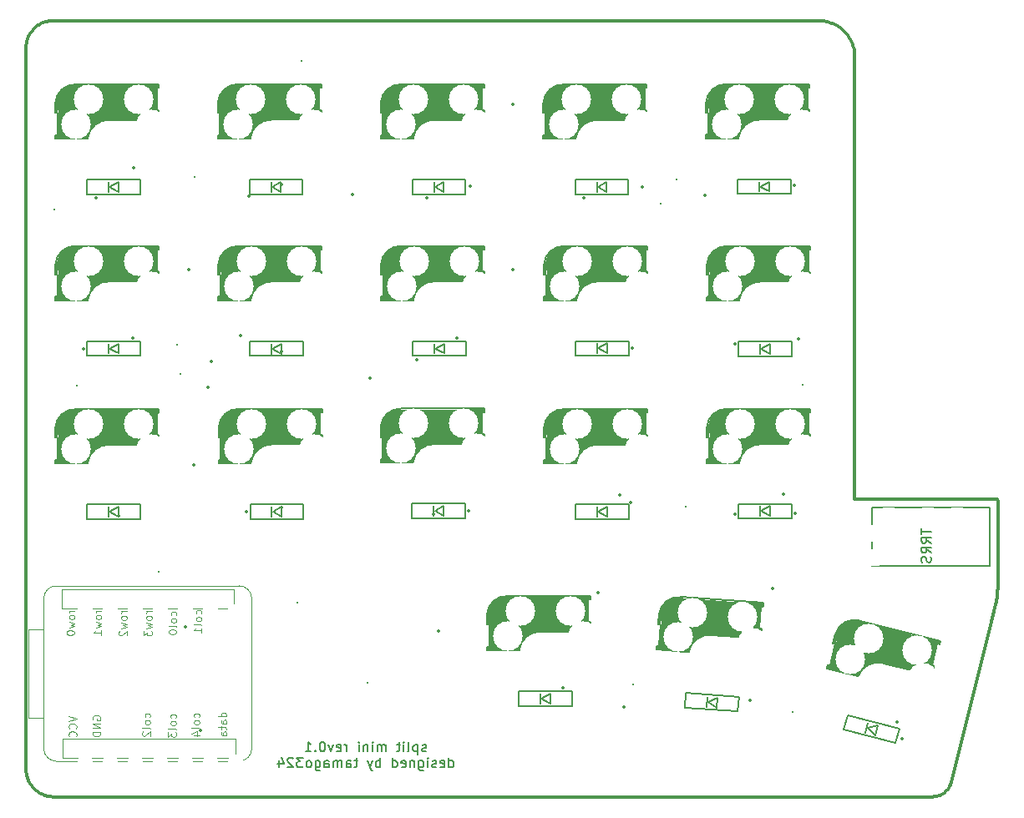
<source format=gbo>
%TF.GenerationSoftware,KiCad,Pcbnew,(6.0.6)*%
%TF.CreationDate,2022-09-02T08:16:23+09:00*%
%TF.ProjectId,split-mini,73706c69-742d-46d6-996e-692e6b696361,rev?*%
%TF.SameCoordinates,Original*%
%TF.FileFunction,Legend,Bot*%
%TF.FilePolarity,Positive*%
%FSLAX46Y46*%
G04 Gerber Fmt 4.6, Leading zero omitted, Abs format (unit mm)*
G04 Created by KiCad (PCBNEW (6.0.6)) date 2022-09-02 08:16:23*
%MOMM*%
%LPD*%
G01*
G04 APERTURE LIST*
G04 Aperture macros list*
%AMRotRect*
0 Rectangle, with rotation*
0 The origin of the aperture is its center*
0 $1 length*
0 $2 width*
0 $3 Rotation angle, in degrees counterclockwise*
0 Add horizontal line*
21,1,$1,$2,0,0,$3*%
G04 Aperture macros list end*
%TA.AperFunction,Profile*%
%ADD10C,0.349999*%
%TD*%
%ADD11C,0.200000*%
%ADD12C,0.150000*%
%ADD13C,0.100000*%
%ADD14C,3.500000*%
%ADD15C,0.400000*%
%ADD16C,0.800000*%
%ADD17C,0.500000*%
%ADD18C,0.300000*%
%ADD19C,1.000000*%
%ADD20C,3.000000*%
%ADD21C,0.120000*%
%ADD22C,1.600000*%
%ADD23C,0.350000*%
%ADD24C,0.300000*%
%ADD25O,1.500000X1.000000*%
%ADD26R,1.300000X0.950000*%
%ADD27C,1.700000*%
%ADD28C,1.900000*%
%ADD29C,3.000000*%
%ADD30C,4.100000*%
%ADD31R,2.300000X2.000000*%
%ADD32C,4.300000*%
%ADD33RotRect,1.300000X0.950000X356.000000*%
%ADD34RotRect,1.300000X0.950000X346.000000*%
%ADD35RotRect,2.300000X2.000000X166.000000*%
%ADD36C,1.200000*%
%ADD37O,2.500000X1.700000*%
%ADD38RotRect,2.300000X2.000000X176.000000*%
G04 APERTURE END LIST*
D10*
X14780401Y-18578385D02*
X14732187Y-18700673D01*
X107991810Y-94873409D02*
X108087317Y-94740105D01*
X112896823Y-65424635D02*
X112885225Y-65421340D01*
X98210503Y-18990315D02*
X98130320Y-18833759D01*
X97948452Y-18534392D02*
X97847223Y-18392038D01*
X96820421Y-17459222D02*
X96668372Y-17371794D01*
X15268316Y-17815929D02*
X15183682Y-17913642D01*
X112836720Y-65413958D02*
X112824143Y-65413638D01*
X16213406Y-17145251D02*
X16094126Y-17199185D01*
X15485415Y-94919840D02*
X15589743Y-95009711D01*
X15809899Y-95172677D02*
X15925270Y-95245584D01*
X15589743Y-95009711D02*
X15697981Y-95094021D01*
X15450994Y-17633234D02*
X15357477Y-17722403D01*
X107375451Y-95396875D02*
X107514993Y-95313006D01*
X112960793Y-65455393D02*
X112950877Y-65449035D01*
X112930104Y-65437751D02*
X112919278Y-65432856D01*
X95669432Y-17007325D02*
X95490630Y-16975392D01*
X108210073Y-94524731D02*
X108245187Y-94449090D01*
X112849133Y-65414903D02*
X112836720Y-65413958D01*
X97110090Y-17654897D02*
X96967737Y-17553666D01*
X106756106Y-95612478D02*
X106837995Y-95596706D01*
X94937684Y-16933550D02*
X17261574Y-16933550D01*
X96511816Y-17291610D02*
X96350983Y-17218897D01*
X107647071Y-95218200D02*
X107771015Y-95112981D01*
X113068543Y-74296435D02*
X113068543Y-74296435D01*
X107771015Y-95112981D02*
X107886153Y-94997876D01*
X16545903Y-95520564D02*
X16677186Y-95556986D01*
X15037015Y-94399857D02*
X15115680Y-94511769D01*
X112844742Y-76119097D02*
X112844742Y-76119097D01*
X98042894Y-18681709D02*
X97948452Y-18534392D01*
X112885225Y-65421340D02*
X112873401Y-65418610D01*
X15357477Y-17722403D02*
X15268316Y-17815929D01*
X113012737Y-65502594D02*
X113005055Y-65493726D01*
X98405308Y-19484738D02*
X98348225Y-19316033D01*
X106589336Y-95633784D02*
X106673192Y-95624859D01*
X14964100Y-94284491D02*
X15037015Y-94399857D01*
X113012384Y-75214608D02*
X113036924Y-74985949D01*
X95308920Y-16952300D02*
X95124528Y-16938277D01*
X17356812Y-95641024D02*
X17356812Y-95641024D01*
X14897028Y-94165902D02*
X14964100Y-94284491D01*
X15200000Y-94620000D02*
X15289879Y-94724321D01*
X112861365Y-65416459D02*
X112849133Y-65414903D01*
X113068543Y-74296435D02*
X113068543Y-65658038D01*
X14835895Y-94044317D02*
X14897028Y-94165902D01*
X14568551Y-92852954D02*
X14571977Y-92991216D01*
X108331943Y-94211539D02*
X108354386Y-94129031D01*
X113053714Y-65574017D02*
X113049338Y-65562920D01*
X15650424Y-17468643D02*
X15548700Y-17548591D01*
X14568795Y-19626572D02*
X14568795Y-19626572D01*
X113005055Y-65493726D02*
X112996963Y-65485238D01*
X16718874Y-16988305D02*
X16588593Y-17018384D01*
X97247252Y-17762686D02*
X97110090Y-17654897D01*
X14731824Y-93793074D02*
X14780796Y-93919965D01*
X16851481Y-16964613D02*
X16718874Y-16988305D01*
X15865252Y-17323509D02*
X15755998Y-17393559D01*
X113036924Y-74985949D02*
X113054477Y-74756594D01*
X15115680Y-94511769D02*
X15200000Y-94620000D01*
X17356812Y-95641024D02*
X106419137Y-95641001D01*
X16043864Y-95312647D02*
X16165452Y-95373771D01*
X112897036Y-75894817D02*
X112942420Y-75669202D01*
X16810321Y-95586997D02*
X16945080Y-95610500D01*
X14732187Y-18700673D02*
X14689853Y-18825796D01*
X106504623Y-95639186D02*
X106589336Y-95633784D01*
X106673192Y-95624859D02*
X106756106Y-95612478D01*
X107886153Y-94997876D02*
X107991810Y-94873409D01*
X94937684Y-16933550D02*
X94937684Y-16933550D01*
X14571977Y-92991216D02*
X14582194Y-93128539D01*
X113067281Y-65633054D02*
X113065727Y-65620825D01*
X98568543Y-65413607D02*
X98568543Y-65413607D01*
X108245187Y-94449090D02*
X108277260Y-94371634D01*
X113057556Y-65585372D02*
X113053714Y-65574017D01*
X113065727Y-65620825D02*
X113063578Y-65608791D01*
X17261574Y-16933550D02*
X17123000Y-16937066D01*
X15697981Y-95094021D02*
X15809899Y-95172677D01*
X113019992Y-65511826D02*
X113012737Y-65502594D01*
X112226159Y-78600116D02*
X112844742Y-76119097D01*
X97378996Y-17876807D02*
X97247252Y-17762686D01*
X14834325Y-18459099D02*
X14780401Y-18578385D01*
X113068543Y-65658038D02*
X113068543Y-65658038D01*
X98130320Y-18833759D02*
X98042894Y-18681709D01*
X16289808Y-95428861D02*
X16416701Y-95477824D01*
X14780796Y-93919965D02*
X14835895Y-94044317D01*
X15385224Y-94824504D02*
X15385224Y-94824504D01*
X106419137Y-95641001D02*
X106419137Y-95641001D01*
X107076671Y-95529702D02*
X107229120Y-95469282D01*
X97625315Y-18123130D02*
X97505093Y-17997031D01*
X113033162Y-65531324D02*
X113026806Y-65521408D01*
X15103743Y-18015374D02*
X15028669Y-18120954D01*
X96668372Y-17371794D02*
X96511816Y-17291610D01*
X112942420Y-75669202D02*
X112980876Y-75442413D01*
X97505093Y-17997031D02*
X97378996Y-17876807D01*
X98563819Y-20377603D02*
X98549797Y-20193212D01*
X113039047Y-65541558D02*
X113033162Y-65531324D01*
X14689074Y-93663873D02*
X14731824Y-93793074D01*
X15978018Y-17258661D02*
X15865252Y-17323509D01*
X14568551Y-92852954D02*
X14568551Y-92852954D01*
X95845096Y-17047870D02*
X95669432Y-17007325D01*
X112844742Y-76119097D02*
X112897036Y-75894817D01*
X14568795Y-19626572D02*
X14568551Y-92852954D01*
X17123000Y-16937066D02*
X16986246Y-16947477D01*
X108306207Y-94292428D02*
X108331943Y-94211539D01*
X112988475Y-65477145D02*
X112979608Y-65469463D01*
X14652642Y-93532590D02*
X14689074Y-93663873D01*
X14689853Y-18825796D02*
X14653568Y-18953583D01*
X113060849Y-65596968D02*
X113057556Y-65585372D01*
X108087317Y-94740105D02*
X108172000Y-94598491D01*
X112873401Y-65418610D02*
X112861365Y-65416459D01*
X16094126Y-17199185D02*
X15978018Y-17258661D01*
X113068225Y-65645463D02*
X113067281Y-65633054D01*
X96017394Y-17096799D02*
X95845096Y-17047870D01*
X96967737Y-17553666D02*
X96820421Y-17459222D01*
X15028669Y-18120954D02*
X14958628Y-18230215D01*
X17081233Y-95627403D02*
X17218554Y-95637609D01*
X14582697Y-19351243D02*
X14572298Y-19487998D01*
X95490630Y-16975392D02*
X95308920Y-16952300D01*
X14599821Y-19216476D02*
X14582697Y-19351243D01*
X112940642Y-65443149D02*
X112930104Y-65437751D01*
X112824143Y-65413638D02*
X112824143Y-65413638D01*
X106419137Y-95641001D02*
X106504623Y-95639186D01*
X98348225Y-19316033D02*
X98283214Y-19151149D01*
X112979608Y-65469463D02*
X112970375Y-65462207D01*
X16416701Y-95477824D02*
X16545903Y-95520564D01*
X107229120Y-95469282D02*
X107375451Y-95396875D01*
X98494777Y-19832701D02*
X98454235Y-19657037D01*
X112980876Y-75442413D02*
X113012384Y-75214608D01*
X113068543Y-65658038D02*
X113068225Y-65645463D01*
X108277260Y-94371634D02*
X108306207Y-94292428D01*
X14623501Y-19083866D02*
X14599821Y-19216476D01*
X107514993Y-95313006D02*
X107647071Y-95218200D01*
X14622621Y-93399455D02*
X14652642Y-93532590D01*
X112996963Y-65485238D02*
X112988475Y-65477145D01*
X113026806Y-65521408D02*
X113019992Y-65511826D01*
X15548700Y-17548591D02*
X15450994Y-17633234D01*
X112950877Y-65449035D02*
X112940642Y-65443149D01*
X113065023Y-74526703D02*
X113068543Y-74296435D01*
X15183682Y-17913642D02*
X15103743Y-18015374D01*
X14893791Y-18342986D02*
X14834325Y-18459099D01*
X16335690Y-17097026D02*
X16213406Y-17145251D01*
X15289879Y-94724321D02*
X15385224Y-94824504D01*
X112970375Y-65462207D02*
X112960793Y-65455393D01*
X106837995Y-95596706D02*
X106918775Y-95577609D01*
X97739435Y-18254875D02*
X97625315Y-18123130D01*
X113063578Y-65608791D02*
X113060849Y-65596968D01*
X98454235Y-19657037D02*
X98405308Y-19484738D01*
X98549797Y-20193212D02*
X98526708Y-20011502D01*
X15755998Y-17393559D02*
X15650424Y-17468643D01*
X16165452Y-95373771D02*
X16289808Y-95428861D01*
X98568543Y-20564447D02*
X98568543Y-20564447D01*
X17218554Y-95637609D02*
X17356812Y-95641024D01*
X16986246Y-16947477D02*
X16851481Y-16964613D01*
X98526708Y-20011502D02*
X98494777Y-19832701D01*
X112824143Y-65413638D02*
X98568543Y-65413607D01*
X98283214Y-19151149D02*
X98210503Y-18990315D01*
X113054477Y-74756594D02*
X113065023Y-74526703D01*
X108354386Y-94129031D02*
X108354386Y-94129031D01*
X98568543Y-20564447D02*
X98563819Y-20377603D01*
X113049338Y-65562920D02*
X113044444Y-65552095D01*
X108354386Y-94129031D02*
X112226159Y-78600116D01*
X14582194Y-93128539D02*
X14599107Y-93264695D01*
X14572298Y-19487998D02*
X14568795Y-19626572D01*
X16945080Y-95610500D02*
X17081233Y-95627403D01*
X16588593Y-17018384D02*
X16460809Y-17054681D01*
X14653568Y-18953583D02*
X14623501Y-19083866D01*
X108172000Y-94598491D02*
X108210073Y-94524731D01*
X96350983Y-17218897D02*
X96186099Y-17153884D01*
X96186099Y-17153884D02*
X96017394Y-17096799D01*
X95124528Y-16938277D02*
X94937684Y-16933550D01*
X16677186Y-95556986D02*
X16810321Y-95586997D01*
X15925270Y-95245584D02*
X16043864Y-95312647D01*
X106918775Y-95577609D02*
X107076671Y-95529702D01*
X97847223Y-18392038D02*
X97739435Y-18254875D01*
X98568543Y-65413607D02*
X98568543Y-20564447D01*
X14958628Y-18230215D02*
X14893791Y-18342986D01*
X113044444Y-65552095D02*
X113039047Y-65541558D01*
X14599107Y-93264695D02*
X14622621Y-93399455D01*
X112908179Y-65428479D02*
X112896823Y-65424635D01*
X15385224Y-94824504D02*
X15485415Y-94919840D01*
X16460809Y-17054681D02*
X16335690Y-17097026D01*
X112919278Y-65432856D02*
X112908179Y-65428479D01*
X112226159Y-78600116D02*
X112226159Y-78600116D01*
D11*
X55119047Y-90999761D02*
X55023809Y-91047380D01*
X54833333Y-91047380D01*
X54738095Y-90999761D01*
X54690476Y-90904523D01*
X54690476Y-90856904D01*
X54738095Y-90761666D01*
X54833333Y-90714047D01*
X54976190Y-90714047D01*
X55071428Y-90666428D01*
X55119047Y-90571190D01*
X55119047Y-90523571D01*
X55071428Y-90428333D01*
X54976190Y-90380714D01*
X54833333Y-90380714D01*
X54738095Y-90428333D01*
X54261904Y-90380714D02*
X54261904Y-91380714D01*
X54261904Y-90428333D02*
X54166666Y-90380714D01*
X53976190Y-90380714D01*
X53880952Y-90428333D01*
X53833333Y-90475952D01*
X53785714Y-90571190D01*
X53785714Y-90856904D01*
X53833333Y-90952142D01*
X53880952Y-90999761D01*
X53976190Y-91047380D01*
X54166666Y-91047380D01*
X54261904Y-90999761D01*
X53214285Y-91047380D02*
X53309523Y-90999761D01*
X53357142Y-90904523D01*
X53357142Y-90047380D01*
X52833333Y-91047380D02*
X52833333Y-90380714D01*
X52833333Y-90047380D02*
X52880952Y-90095000D01*
X52833333Y-90142619D01*
X52785714Y-90095000D01*
X52833333Y-90047380D01*
X52833333Y-90142619D01*
X52500000Y-90380714D02*
X52119047Y-90380714D01*
X52357142Y-90047380D02*
X52357142Y-90904523D01*
X52309523Y-90999761D01*
X52214285Y-91047380D01*
X52119047Y-91047380D01*
X51023809Y-91047380D02*
X51023809Y-90380714D01*
X51023809Y-90475952D02*
X50976190Y-90428333D01*
X50880952Y-90380714D01*
X50738095Y-90380714D01*
X50642857Y-90428333D01*
X50595238Y-90523571D01*
X50595238Y-91047380D01*
X50595238Y-90523571D02*
X50547619Y-90428333D01*
X50452380Y-90380714D01*
X50309523Y-90380714D01*
X50214285Y-90428333D01*
X50166666Y-90523571D01*
X50166666Y-91047380D01*
X49690476Y-91047380D02*
X49690476Y-90380714D01*
X49690476Y-90047380D02*
X49738095Y-90095000D01*
X49690476Y-90142619D01*
X49642857Y-90095000D01*
X49690476Y-90047380D01*
X49690476Y-90142619D01*
X49214285Y-90380714D02*
X49214285Y-91047380D01*
X49214285Y-90475952D02*
X49166666Y-90428333D01*
X49071428Y-90380714D01*
X48928571Y-90380714D01*
X48833333Y-90428333D01*
X48785714Y-90523571D01*
X48785714Y-91047380D01*
X48309523Y-91047380D02*
X48309523Y-90380714D01*
X48309523Y-90047380D02*
X48357142Y-90095000D01*
X48309523Y-90142619D01*
X48261904Y-90095000D01*
X48309523Y-90047380D01*
X48309523Y-90142619D01*
X47071428Y-91047380D02*
X47071428Y-90380714D01*
X47071428Y-90571190D02*
X47023809Y-90475952D01*
X46976190Y-90428333D01*
X46880952Y-90380714D01*
X46785714Y-90380714D01*
X46071428Y-90999761D02*
X46166666Y-91047380D01*
X46357142Y-91047380D01*
X46452380Y-90999761D01*
X46500000Y-90904523D01*
X46500000Y-90523571D01*
X46452380Y-90428333D01*
X46357142Y-90380714D01*
X46166666Y-90380714D01*
X46071428Y-90428333D01*
X46023809Y-90523571D01*
X46023809Y-90618809D01*
X46500000Y-90714047D01*
X45690476Y-90380714D02*
X45452380Y-91047380D01*
X45214285Y-90380714D01*
X44642857Y-90047380D02*
X44547619Y-90047380D01*
X44452380Y-90095000D01*
X44404761Y-90142619D01*
X44357142Y-90237857D01*
X44309523Y-90428333D01*
X44309523Y-90666428D01*
X44357142Y-90856904D01*
X44404761Y-90952142D01*
X44452380Y-90999761D01*
X44547619Y-91047380D01*
X44642857Y-91047380D01*
X44738095Y-90999761D01*
X44785714Y-90952142D01*
X44833333Y-90856904D01*
X44880952Y-90666428D01*
X44880952Y-90428333D01*
X44833333Y-90237857D01*
X44785714Y-90142619D01*
X44738095Y-90095000D01*
X44642857Y-90047380D01*
X43880952Y-90952142D02*
X43833333Y-90999761D01*
X43880952Y-91047380D01*
X43928571Y-90999761D01*
X43880952Y-90952142D01*
X43880952Y-91047380D01*
X42880952Y-91047380D02*
X43452380Y-91047380D01*
X43166666Y-91047380D02*
X43166666Y-90047380D01*
X43261904Y-90190238D01*
X43357142Y-90285476D01*
X43452380Y-90333095D01*
X57428571Y-92657380D02*
X57428571Y-91657380D01*
X57428571Y-92609761D02*
X57523809Y-92657380D01*
X57714285Y-92657380D01*
X57809523Y-92609761D01*
X57857142Y-92562142D01*
X57904761Y-92466904D01*
X57904761Y-92181190D01*
X57857142Y-92085952D01*
X57809523Y-92038333D01*
X57714285Y-91990714D01*
X57523809Y-91990714D01*
X57428571Y-92038333D01*
X56571428Y-92609761D02*
X56666666Y-92657380D01*
X56857142Y-92657380D01*
X56952380Y-92609761D01*
X57000000Y-92514523D01*
X57000000Y-92133571D01*
X56952380Y-92038333D01*
X56857142Y-91990714D01*
X56666666Y-91990714D01*
X56571428Y-92038333D01*
X56523809Y-92133571D01*
X56523809Y-92228809D01*
X57000000Y-92324047D01*
X56142857Y-92609761D02*
X56047619Y-92657380D01*
X55857142Y-92657380D01*
X55761904Y-92609761D01*
X55714285Y-92514523D01*
X55714285Y-92466904D01*
X55761904Y-92371666D01*
X55857142Y-92324047D01*
X56000000Y-92324047D01*
X56095238Y-92276428D01*
X56142857Y-92181190D01*
X56142857Y-92133571D01*
X56095238Y-92038333D01*
X56000000Y-91990714D01*
X55857142Y-91990714D01*
X55761904Y-92038333D01*
X55285714Y-92657380D02*
X55285714Y-91990714D01*
X55285714Y-91657380D02*
X55333333Y-91705000D01*
X55285714Y-91752619D01*
X55238095Y-91705000D01*
X55285714Y-91657380D01*
X55285714Y-91752619D01*
X54380952Y-91990714D02*
X54380952Y-92800238D01*
X54428571Y-92895476D01*
X54476190Y-92943095D01*
X54571428Y-92990714D01*
X54714285Y-92990714D01*
X54809523Y-92943095D01*
X54380952Y-92609761D02*
X54476190Y-92657380D01*
X54666666Y-92657380D01*
X54761904Y-92609761D01*
X54809523Y-92562142D01*
X54857142Y-92466904D01*
X54857142Y-92181190D01*
X54809523Y-92085952D01*
X54761904Y-92038333D01*
X54666666Y-91990714D01*
X54476190Y-91990714D01*
X54380952Y-92038333D01*
X53904761Y-91990714D02*
X53904761Y-92657380D01*
X53904761Y-92085952D02*
X53857142Y-92038333D01*
X53761904Y-91990714D01*
X53619047Y-91990714D01*
X53523809Y-92038333D01*
X53476190Y-92133571D01*
X53476190Y-92657380D01*
X52619047Y-92609761D02*
X52714285Y-92657380D01*
X52904761Y-92657380D01*
X53000000Y-92609761D01*
X53047619Y-92514523D01*
X53047619Y-92133571D01*
X53000000Y-92038333D01*
X52904761Y-91990714D01*
X52714285Y-91990714D01*
X52619047Y-92038333D01*
X52571428Y-92133571D01*
X52571428Y-92228809D01*
X53047619Y-92324047D01*
X51714285Y-92657380D02*
X51714285Y-91657380D01*
X51714285Y-92609761D02*
X51809523Y-92657380D01*
X52000000Y-92657380D01*
X52095238Y-92609761D01*
X52142857Y-92562142D01*
X52190476Y-92466904D01*
X52190476Y-92181190D01*
X52142857Y-92085952D01*
X52095238Y-92038333D01*
X52000000Y-91990714D01*
X51809523Y-91990714D01*
X51714285Y-92038333D01*
X50476190Y-92657380D02*
X50476190Y-91657380D01*
X50476190Y-92038333D02*
X50380952Y-91990714D01*
X50190476Y-91990714D01*
X50095238Y-92038333D01*
X50047619Y-92085952D01*
X50000000Y-92181190D01*
X50000000Y-92466904D01*
X50047619Y-92562142D01*
X50095238Y-92609761D01*
X50190476Y-92657380D01*
X50380952Y-92657380D01*
X50476190Y-92609761D01*
X49666666Y-91990714D02*
X49428571Y-92657380D01*
X49190476Y-91990714D02*
X49428571Y-92657380D01*
X49523809Y-92895476D01*
X49571428Y-92943095D01*
X49666666Y-92990714D01*
X48190476Y-91990714D02*
X47809523Y-91990714D01*
X48047619Y-91657380D02*
X48047619Y-92514523D01*
X48000000Y-92609761D01*
X47904761Y-92657380D01*
X47809523Y-92657380D01*
X47047619Y-92657380D02*
X47047619Y-92133571D01*
X47095238Y-92038333D01*
X47190476Y-91990714D01*
X47380952Y-91990714D01*
X47476190Y-92038333D01*
X47047619Y-92609761D02*
X47142857Y-92657380D01*
X47380952Y-92657380D01*
X47476190Y-92609761D01*
X47523809Y-92514523D01*
X47523809Y-92419285D01*
X47476190Y-92324047D01*
X47380952Y-92276428D01*
X47142857Y-92276428D01*
X47047619Y-92228809D01*
X46571428Y-92657380D02*
X46571428Y-91990714D01*
X46571428Y-92085952D02*
X46523809Y-92038333D01*
X46428571Y-91990714D01*
X46285714Y-91990714D01*
X46190476Y-92038333D01*
X46142857Y-92133571D01*
X46142857Y-92657380D01*
X46142857Y-92133571D02*
X46095238Y-92038333D01*
X46000000Y-91990714D01*
X45857142Y-91990714D01*
X45761904Y-92038333D01*
X45714285Y-92133571D01*
X45714285Y-92657380D01*
X44809523Y-92657380D02*
X44809523Y-92133571D01*
X44857142Y-92038333D01*
X44952380Y-91990714D01*
X45142857Y-91990714D01*
X45238095Y-92038333D01*
X44809523Y-92609761D02*
X44904761Y-92657380D01*
X45142857Y-92657380D01*
X45238095Y-92609761D01*
X45285714Y-92514523D01*
X45285714Y-92419285D01*
X45238095Y-92324047D01*
X45142857Y-92276428D01*
X44904761Y-92276428D01*
X44809523Y-92228809D01*
X43904761Y-91990714D02*
X43904761Y-92800238D01*
X43952380Y-92895476D01*
X44000000Y-92943095D01*
X44095238Y-92990714D01*
X44238095Y-92990714D01*
X44333333Y-92943095D01*
X43904761Y-92609761D02*
X44000000Y-92657380D01*
X44190476Y-92657380D01*
X44285714Y-92609761D01*
X44333333Y-92562142D01*
X44380952Y-92466904D01*
X44380952Y-92181190D01*
X44333333Y-92085952D01*
X44285714Y-92038333D01*
X44190476Y-91990714D01*
X44000000Y-91990714D01*
X43904761Y-92038333D01*
X43285714Y-92657380D02*
X43380952Y-92609761D01*
X43428571Y-92562142D01*
X43476190Y-92466904D01*
X43476190Y-92181190D01*
X43428571Y-92085952D01*
X43380952Y-92038333D01*
X43285714Y-91990714D01*
X43142857Y-91990714D01*
X43047619Y-92038333D01*
X43000000Y-92085952D01*
X42952380Y-92181190D01*
X42952380Y-92466904D01*
X43000000Y-92562142D01*
X43047619Y-92609761D01*
X43142857Y-92657380D01*
X43285714Y-92657380D01*
X42619047Y-91657380D02*
X42000000Y-91657380D01*
X42333333Y-92038333D01*
X42190476Y-92038333D01*
X42095238Y-92085952D01*
X42047619Y-92133571D01*
X42000000Y-92228809D01*
X42000000Y-92466904D01*
X42047619Y-92562142D01*
X42095238Y-92609761D01*
X42190476Y-92657380D01*
X42476190Y-92657380D01*
X42571428Y-92609761D01*
X42619047Y-92562142D01*
X41619047Y-91752619D02*
X41571428Y-91705000D01*
X41476190Y-91657380D01*
X41238095Y-91657380D01*
X41142857Y-91705000D01*
X41095238Y-91752619D01*
X41047619Y-91847857D01*
X41047619Y-91943095D01*
X41095238Y-92085952D01*
X41666666Y-92657380D01*
X41047619Y-92657380D01*
X40190476Y-91990714D02*
X40190476Y-92657380D01*
X40428571Y-91609761D02*
X40666666Y-92324047D01*
X40047619Y-92324047D01*
D12*
%TO.C,J1*%
X105318880Y-68427595D02*
X105318880Y-68999023D01*
X106318880Y-68713309D02*
X105318880Y-68713309D01*
X106318880Y-69903785D02*
X105842690Y-69570452D01*
X106318880Y-69332357D02*
X105318880Y-69332357D01*
X105318880Y-69713309D01*
X105366500Y-69808547D01*
X105414119Y-69856166D01*
X105509357Y-69903785D01*
X105652214Y-69903785D01*
X105747452Y-69856166D01*
X105795071Y-69808547D01*
X105842690Y-69713309D01*
X105842690Y-69332357D01*
X106318880Y-70903785D02*
X105842690Y-70570452D01*
X106318880Y-70332357D02*
X105318880Y-70332357D01*
X105318880Y-70713309D01*
X105366500Y-70808547D01*
X105414119Y-70856166D01*
X105509357Y-70903785D01*
X105652214Y-70903785D01*
X105747452Y-70856166D01*
X105795071Y-70808547D01*
X105842690Y-70713309D01*
X105842690Y-70332357D01*
X106271261Y-71284738D02*
X106318880Y-71427595D01*
X106318880Y-71665690D01*
X106271261Y-71760928D01*
X106223642Y-71808547D01*
X106128404Y-71856166D01*
X106033166Y-71856166D01*
X105937928Y-71808547D01*
X105890309Y-71760928D01*
X105842690Y-71665690D01*
X105795071Y-71475214D01*
X105747452Y-71379976D01*
X105699833Y-71332357D01*
X105604595Y-71284738D01*
X105509357Y-71284738D01*
X105414119Y-71332357D01*
X105366500Y-71379976D01*
X105318880Y-71475214D01*
X105318880Y-71713309D01*
X105366500Y-71856166D01*
D13*
%TO.C,U1*%
X29771309Y-77231795D02*
X29809404Y-77155604D01*
X29809404Y-77003223D01*
X29771309Y-76927033D01*
X29733214Y-76888938D01*
X29657023Y-76850842D01*
X29428452Y-76850842D01*
X29352261Y-76888938D01*
X29314166Y-76927033D01*
X29276071Y-77003223D01*
X29276071Y-77155604D01*
X29314166Y-77231795D01*
X29809404Y-77688938D02*
X29771309Y-77612747D01*
X29733214Y-77574652D01*
X29657023Y-77536557D01*
X29428452Y-77536557D01*
X29352261Y-77574652D01*
X29314166Y-77612747D01*
X29276071Y-77688938D01*
X29276071Y-77803223D01*
X29314166Y-77879414D01*
X29352261Y-77917509D01*
X29428452Y-77955604D01*
X29657023Y-77955604D01*
X29733214Y-77917509D01*
X29771309Y-77879414D01*
X29809404Y-77803223D01*
X29809404Y-77688938D01*
X29809404Y-78412747D02*
X29771309Y-78336557D01*
X29695119Y-78298461D01*
X29009404Y-78298461D01*
X29009404Y-78869890D02*
X29009404Y-78946080D01*
X29047500Y-79022271D01*
X29085595Y-79060366D01*
X29161785Y-79098461D01*
X29314166Y-79136557D01*
X29504642Y-79136557D01*
X29657023Y-79098461D01*
X29733214Y-79060366D01*
X29771309Y-79022271D01*
X29809404Y-78946080D01*
X29809404Y-78869890D01*
X29771309Y-78793700D01*
X29733214Y-78755604D01*
X29657023Y-78717509D01*
X29504642Y-78679414D01*
X29314166Y-78679414D01*
X29161785Y-78717509D01*
X29085595Y-78755604D01*
X29047500Y-78793700D01*
X29009404Y-78869890D01*
X21357500Y-87824176D02*
X21319404Y-87747985D01*
X21319404Y-87633700D01*
X21357500Y-87519414D01*
X21433690Y-87443223D01*
X21509880Y-87405128D01*
X21662261Y-87367033D01*
X21776547Y-87367033D01*
X21928928Y-87405128D01*
X22005119Y-87443223D01*
X22081309Y-87519414D01*
X22119404Y-87633700D01*
X22119404Y-87709890D01*
X22081309Y-87824176D01*
X22043214Y-87862271D01*
X21776547Y-87862271D01*
X21776547Y-87709890D01*
X22119404Y-88205128D02*
X21319404Y-88205128D01*
X22119404Y-88662271D01*
X21319404Y-88662271D01*
X22119404Y-89043223D02*
X21319404Y-89043223D01*
X21319404Y-89233700D01*
X21357500Y-89347985D01*
X21433690Y-89424176D01*
X21509880Y-89462271D01*
X21662261Y-89500366D01*
X21776547Y-89500366D01*
X21928928Y-89462271D01*
X22005119Y-89424176D01*
X22081309Y-89347985D01*
X22119404Y-89233700D01*
X22119404Y-89043223D01*
X22189404Y-76754652D02*
X21656071Y-76754652D01*
X21808452Y-76754652D02*
X21732261Y-76792747D01*
X21694166Y-76830842D01*
X21656071Y-76907033D01*
X21656071Y-76983223D01*
X22189404Y-77364176D02*
X22151309Y-77287985D01*
X22113214Y-77249890D01*
X22037023Y-77211795D01*
X21808452Y-77211795D01*
X21732261Y-77249890D01*
X21694166Y-77287985D01*
X21656071Y-77364176D01*
X21656071Y-77478461D01*
X21694166Y-77554652D01*
X21732261Y-77592747D01*
X21808452Y-77630842D01*
X22037023Y-77630842D01*
X22113214Y-77592747D01*
X22151309Y-77554652D01*
X22189404Y-77478461D01*
X22189404Y-77364176D01*
X21656071Y-77897509D02*
X22189404Y-78049890D01*
X21808452Y-78202271D01*
X22189404Y-78354652D01*
X21656071Y-78507033D01*
X22189404Y-79230842D02*
X22189404Y-78773700D01*
X22189404Y-79002271D02*
X21389404Y-79002271D01*
X21503690Y-78926080D01*
X21579880Y-78849890D01*
X21617976Y-78773700D01*
X34859404Y-87482747D02*
X34059404Y-87482747D01*
X34821309Y-87482747D02*
X34859404Y-87406557D01*
X34859404Y-87254176D01*
X34821309Y-87177985D01*
X34783214Y-87139890D01*
X34707023Y-87101795D01*
X34478452Y-87101795D01*
X34402261Y-87139890D01*
X34364166Y-87177985D01*
X34326071Y-87254176D01*
X34326071Y-87406557D01*
X34364166Y-87482747D01*
X34859404Y-88206557D02*
X34440357Y-88206557D01*
X34364166Y-88168461D01*
X34326071Y-88092271D01*
X34326071Y-87939890D01*
X34364166Y-87863700D01*
X34821309Y-88206557D02*
X34859404Y-88130366D01*
X34859404Y-87939890D01*
X34821309Y-87863700D01*
X34745119Y-87825604D01*
X34668928Y-87825604D01*
X34592738Y-87863700D01*
X34554642Y-87939890D01*
X34554642Y-88130366D01*
X34516547Y-88206557D01*
X34326071Y-88473223D02*
X34326071Y-88777985D01*
X34059404Y-88587509D02*
X34745119Y-88587509D01*
X34821309Y-88625604D01*
X34859404Y-88701795D01*
X34859404Y-88777985D01*
X34859404Y-89387509D02*
X34440357Y-89387509D01*
X34364166Y-89349414D01*
X34326071Y-89273223D01*
X34326071Y-89120842D01*
X34364166Y-89044652D01*
X34821309Y-89387509D02*
X34859404Y-89311319D01*
X34859404Y-89120842D01*
X34821309Y-89044652D01*
X34745119Y-89006557D01*
X34668928Y-89006557D01*
X34592738Y-89044652D01*
X34554642Y-89120842D01*
X34554642Y-89311319D01*
X34516547Y-89387509D01*
X29721309Y-87641795D02*
X29759404Y-87565604D01*
X29759404Y-87413223D01*
X29721309Y-87337033D01*
X29683214Y-87298938D01*
X29607023Y-87260842D01*
X29378452Y-87260842D01*
X29302261Y-87298938D01*
X29264166Y-87337033D01*
X29226071Y-87413223D01*
X29226071Y-87565604D01*
X29264166Y-87641795D01*
X29759404Y-88098938D02*
X29721309Y-88022747D01*
X29683214Y-87984652D01*
X29607023Y-87946557D01*
X29378452Y-87946557D01*
X29302261Y-87984652D01*
X29264166Y-88022747D01*
X29226071Y-88098938D01*
X29226071Y-88213223D01*
X29264166Y-88289414D01*
X29302261Y-88327509D01*
X29378452Y-88365604D01*
X29607023Y-88365604D01*
X29683214Y-88327509D01*
X29721309Y-88289414D01*
X29759404Y-88213223D01*
X29759404Y-88098938D01*
X29759404Y-88822747D02*
X29721309Y-88746557D01*
X29645119Y-88708461D01*
X28959404Y-88708461D01*
X28959404Y-89051319D02*
X28959404Y-89546557D01*
X29264166Y-89279890D01*
X29264166Y-89394176D01*
X29302261Y-89470366D01*
X29340357Y-89508461D01*
X29416547Y-89546557D01*
X29607023Y-89546557D01*
X29683214Y-89508461D01*
X29721309Y-89470366D01*
X29759404Y-89394176D01*
X29759404Y-89165604D01*
X29721309Y-89089414D01*
X29683214Y-89051319D01*
X18869404Y-87467033D02*
X19669404Y-87733700D01*
X18869404Y-88000366D01*
X19593214Y-88724176D02*
X19631309Y-88686080D01*
X19669404Y-88571795D01*
X19669404Y-88495604D01*
X19631309Y-88381319D01*
X19555119Y-88305128D01*
X19478928Y-88267033D01*
X19326547Y-88228938D01*
X19212261Y-88228938D01*
X19059880Y-88267033D01*
X18983690Y-88305128D01*
X18907500Y-88381319D01*
X18869404Y-88495604D01*
X18869404Y-88571795D01*
X18907500Y-88686080D01*
X18945595Y-88724176D01*
X19593214Y-89524176D02*
X19631309Y-89486080D01*
X19669404Y-89371795D01*
X19669404Y-89295604D01*
X19631309Y-89181319D01*
X19555119Y-89105128D01*
X19478928Y-89067033D01*
X19326547Y-89028938D01*
X19212261Y-89028938D01*
X19059880Y-89067033D01*
X18983690Y-89105128D01*
X18907500Y-89181319D01*
X18869404Y-89295604D01*
X18869404Y-89371795D01*
X18907500Y-89486080D01*
X18945595Y-89524176D01*
X32101309Y-87561795D02*
X32139404Y-87485604D01*
X32139404Y-87333223D01*
X32101309Y-87257033D01*
X32063214Y-87218938D01*
X31987023Y-87180842D01*
X31758452Y-87180842D01*
X31682261Y-87218938D01*
X31644166Y-87257033D01*
X31606071Y-87333223D01*
X31606071Y-87485604D01*
X31644166Y-87561795D01*
X32139404Y-88018938D02*
X32101309Y-87942747D01*
X32063214Y-87904652D01*
X31987023Y-87866557D01*
X31758452Y-87866557D01*
X31682261Y-87904652D01*
X31644166Y-87942747D01*
X31606071Y-88018938D01*
X31606071Y-88133223D01*
X31644166Y-88209414D01*
X31682261Y-88247509D01*
X31758452Y-88285604D01*
X31987023Y-88285604D01*
X32063214Y-88247509D01*
X32101309Y-88209414D01*
X32139404Y-88133223D01*
X32139404Y-88018938D01*
X32139404Y-88742747D02*
X32101309Y-88666557D01*
X32025119Y-88628461D01*
X31339404Y-88628461D01*
X31606071Y-89390366D02*
X32139404Y-89390366D01*
X31301309Y-89199890D02*
X31872738Y-89009414D01*
X31872738Y-89504652D01*
X19459404Y-76754652D02*
X18926071Y-76754652D01*
X19078452Y-76754652D02*
X19002261Y-76792747D01*
X18964166Y-76830842D01*
X18926071Y-76907033D01*
X18926071Y-76983223D01*
X19459404Y-77364176D02*
X19421309Y-77287985D01*
X19383214Y-77249890D01*
X19307023Y-77211795D01*
X19078452Y-77211795D01*
X19002261Y-77249890D01*
X18964166Y-77287985D01*
X18926071Y-77364176D01*
X18926071Y-77478461D01*
X18964166Y-77554652D01*
X19002261Y-77592747D01*
X19078452Y-77630842D01*
X19307023Y-77630842D01*
X19383214Y-77592747D01*
X19421309Y-77554652D01*
X19459404Y-77478461D01*
X19459404Y-77364176D01*
X18926071Y-77897509D02*
X19459404Y-78049890D01*
X19078452Y-78202271D01*
X19459404Y-78354652D01*
X18926071Y-78507033D01*
X18659404Y-78964176D02*
X18659404Y-79040366D01*
X18697500Y-79116557D01*
X18735595Y-79154652D01*
X18811785Y-79192747D01*
X18964166Y-79230842D01*
X19154642Y-79230842D01*
X19307023Y-79192747D01*
X19383214Y-79154652D01*
X19421309Y-79116557D01*
X19459404Y-79040366D01*
X19459404Y-78964176D01*
X19421309Y-78887985D01*
X19383214Y-78849890D01*
X19307023Y-78811795D01*
X19154642Y-78773700D01*
X18964166Y-78773700D01*
X18811785Y-78811795D01*
X18735595Y-78849890D01*
X18697500Y-78887985D01*
X18659404Y-78964176D01*
X27111309Y-87571795D02*
X27149404Y-87495604D01*
X27149404Y-87343223D01*
X27111309Y-87267033D01*
X27073214Y-87228938D01*
X26997023Y-87190842D01*
X26768452Y-87190842D01*
X26692261Y-87228938D01*
X26654166Y-87267033D01*
X26616071Y-87343223D01*
X26616071Y-87495604D01*
X26654166Y-87571795D01*
X27149404Y-88028938D02*
X27111309Y-87952747D01*
X27073214Y-87914652D01*
X26997023Y-87876557D01*
X26768452Y-87876557D01*
X26692261Y-87914652D01*
X26654166Y-87952747D01*
X26616071Y-88028938D01*
X26616071Y-88143223D01*
X26654166Y-88219414D01*
X26692261Y-88257509D01*
X26768452Y-88295604D01*
X26997023Y-88295604D01*
X27073214Y-88257509D01*
X27111309Y-88219414D01*
X27149404Y-88143223D01*
X27149404Y-88028938D01*
X27149404Y-88752747D02*
X27111309Y-88676557D01*
X27035119Y-88638461D01*
X26349404Y-88638461D01*
X26425595Y-89019414D02*
X26387500Y-89057509D01*
X26349404Y-89133700D01*
X26349404Y-89324176D01*
X26387500Y-89400366D01*
X26425595Y-89438461D01*
X26501785Y-89476557D01*
X26577976Y-89476557D01*
X26692261Y-89438461D01*
X27149404Y-88981319D01*
X27149404Y-89476557D01*
X32291309Y-77091795D02*
X32329404Y-77015604D01*
X32329404Y-76863223D01*
X32291309Y-76787033D01*
X32253214Y-76748938D01*
X32177023Y-76710842D01*
X31948452Y-76710842D01*
X31872261Y-76748938D01*
X31834166Y-76787033D01*
X31796071Y-76863223D01*
X31796071Y-77015604D01*
X31834166Y-77091795D01*
X32329404Y-77548938D02*
X32291309Y-77472747D01*
X32253214Y-77434652D01*
X32177023Y-77396557D01*
X31948452Y-77396557D01*
X31872261Y-77434652D01*
X31834166Y-77472747D01*
X31796071Y-77548938D01*
X31796071Y-77663223D01*
X31834166Y-77739414D01*
X31872261Y-77777509D01*
X31948452Y-77815604D01*
X32177023Y-77815604D01*
X32253214Y-77777509D01*
X32291309Y-77739414D01*
X32329404Y-77663223D01*
X32329404Y-77548938D01*
X32329404Y-78272747D02*
X32291309Y-78196557D01*
X32215119Y-78158461D01*
X31529404Y-78158461D01*
X32329404Y-78996557D02*
X32329404Y-78539414D01*
X32329404Y-78767985D02*
X31529404Y-78767985D01*
X31643690Y-78691795D01*
X31719880Y-78615604D01*
X31757976Y-78539414D01*
X24769404Y-76814652D02*
X24236071Y-76814652D01*
X24388452Y-76814652D02*
X24312261Y-76852747D01*
X24274166Y-76890842D01*
X24236071Y-76967033D01*
X24236071Y-77043223D01*
X24769404Y-77424176D02*
X24731309Y-77347985D01*
X24693214Y-77309890D01*
X24617023Y-77271795D01*
X24388452Y-77271795D01*
X24312261Y-77309890D01*
X24274166Y-77347985D01*
X24236071Y-77424176D01*
X24236071Y-77538461D01*
X24274166Y-77614652D01*
X24312261Y-77652747D01*
X24388452Y-77690842D01*
X24617023Y-77690842D01*
X24693214Y-77652747D01*
X24731309Y-77614652D01*
X24769404Y-77538461D01*
X24769404Y-77424176D01*
X24236071Y-77957509D02*
X24769404Y-78109890D01*
X24388452Y-78262271D01*
X24769404Y-78414652D01*
X24236071Y-78567033D01*
X24045595Y-78833700D02*
X24007500Y-78871795D01*
X23969404Y-78947985D01*
X23969404Y-79138461D01*
X24007500Y-79214652D01*
X24045595Y-79252747D01*
X24121785Y-79290842D01*
X24197976Y-79290842D01*
X24312261Y-79252747D01*
X24769404Y-78795604D01*
X24769404Y-79290842D01*
X27299404Y-76814652D02*
X26766071Y-76814652D01*
X26918452Y-76814652D02*
X26842261Y-76852747D01*
X26804166Y-76890842D01*
X26766071Y-76967033D01*
X26766071Y-77043223D01*
X27299404Y-77424176D02*
X27261309Y-77347985D01*
X27223214Y-77309890D01*
X27147023Y-77271795D01*
X26918452Y-77271795D01*
X26842261Y-77309890D01*
X26804166Y-77347985D01*
X26766071Y-77424176D01*
X26766071Y-77538461D01*
X26804166Y-77614652D01*
X26842261Y-77652747D01*
X26918452Y-77690842D01*
X27147023Y-77690842D01*
X27223214Y-77652747D01*
X27261309Y-77614652D01*
X27299404Y-77538461D01*
X27299404Y-77424176D01*
X26766071Y-77957509D02*
X27299404Y-78109890D01*
X26918452Y-78262271D01*
X27299404Y-78414652D01*
X26766071Y-78567033D01*
X26499404Y-78795604D02*
X26499404Y-79290842D01*
X26804166Y-79024176D01*
X26804166Y-79138461D01*
X26842261Y-79214652D01*
X26880357Y-79252747D01*
X26956547Y-79290842D01*
X27147023Y-79290842D01*
X27223214Y-79252747D01*
X27261309Y-79214652D01*
X27299404Y-79138461D01*
X27299404Y-78909890D01*
X27261309Y-78833700D01*
X27223214Y-78795604D01*
D12*
%TO.C,D7*%
X40420000Y-50680000D02*
X39520000Y-50180000D01*
X42620000Y-50930000D02*
X42620000Y-49430000D01*
X37220000Y-49430000D02*
X37220000Y-50930000D01*
X39420000Y-49680000D02*
X39420000Y-50680000D01*
X42620000Y-49430000D02*
X37220000Y-49430000D01*
X40420000Y-49680000D02*
X40420000Y-50680000D01*
X37220000Y-50930000D02*
X42620000Y-50930000D01*
X39520000Y-50180000D02*
X40420000Y-49680000D01*
%TO.C,SW6*%
X28030000Y-39760000D02*
X19629999Y-39760000D01*
D14*
X26030000Y-41560000D02*
X19330000Y-41560000D01*
D15*
X27830000Y-42460000D02*
X27830000Y-43160000D01*
D12*
X17530000Y-41660000D02*
X17530000Y-42660000D01*
D16*
X18130000Y-44760000D02*
X18130000Y-42960001D01*
D12*
X17530000Y-42660000D02*
X17730000Y-42660000D01*
X28030000Y-42360000D02*
X27830000Y-42360000D01*
X23030000Y-43360000D02*
X28030000Y-43360000D01*
X27810000Y-42360000D02*
X27810000Y-40110000D01*
D17*
X27730000Y-43060000D02*
X26330000Y-43060000D01*
D12*
X28030000Y-40110000D02*
X28030000Y-39760000D01*
D18*
X17630000Y-42559999D02*
X17630000Y-41660000D01*
D17*
X17730000Y-45060000D02*
X20430000Y-45060000D01*
D12*
X17530000Y-45260000D02*
X20810000Y-45260000D01*
D19*
X27330000Y-40360000D02*
X27330000Y-42860000D01*
D12*
X17730000Y-44900000D02*
X17530000Y-44900000D01*
X28030000Y-43360000D02*
X28030000Y-42360000D01*
D15*
X27830000Y-39960000D02*
X26430000Y-39960000D01*
D12*
X27830000Y-40110000D02*
X28030000Y-40110000D01*
X17760000Y-42660000D02*
X17760000Y-44900000D01*
X17530000Y-45260000D02*
X17530000Y-44900000D01*
D20*
X19260000Y-41260000D02*
X19260000Y-43500000D01*
D12*
X19629999Y-39759999D02*
G75*
G03*
X17530000Y-41660001I-100000J-1999999D01*
G01*
X23030000Y-43360000D02*
G75*
G03*
X20813682Y-45238529I-65001J-2169999D01*
G01*
D19*
X22630000Y-42960000D02*
G75*
G03*
X20413682Y-44838529I-65001J-2169999D01*
G01*
%TO.C,SW11*%
X27320000Y-56920000D02*
X27320000Y-59420000D01*
D12*
X17520000Y-61820000D02*
X20800000Y-61820000D01*
X27820000Y-56670000D02*
X28020000Y-56670000D01*
X23020000Y-59920000D02*
X28020000Y-59920000D01*
X28020000Y-59920000D02*
X28020000Y-58920000D01*
D14*
X26020000Y-58120000D02*
X19320000Y-58120000D01*
D12*
X28020000Y-56670000D02*
X28020000Y-56320000D01*
X28020000Y-58920000D02*
X27820000Y-58920000D01*
D17*
X27720000Y-59620000D02*
X26320000Y-59620000D01*
X17720000Y-61620000D02*
X20420000Y-61620000D01*
D12*
X17520000Y-59220000D02*
X17720000Y-59220000D01*
X28020000Y-56320000D02*
X19619999Y-56320000D01*
X17520000Y-61820000D02*
X17520000Y-61460000D01*
D18*
X17620000Y-59119999D02*
X17620000Y-58220000D01*
D15*
X27820000Y-56520000D02*
X26420000Y-56520000D01*
D12*
X17720000Y-61460000D02*
X17520000Y-61460000D01*
D16*
X18120000Y-61320000D02*
X18120000Y-59520001D01*
D12*
X17750000Y-59220000D02*
X17750000Y-61460000D01*
X27800000Y-58920000D02*
X27800000Y-56670000D01*
D15*
X27820000Y-59020000D02*
X27820000Y-59720000D01*
D12*
X17520000Y-58220000D02*
X17520000Y-59220000D01*
D20*
X19250000Y-57820000D02*
X19250000Y-60060000D01*
D19*
X22620000Y-59520000D02*
G75*
G03*
X20403682Y-61398529I-65001J-2169999D01*
G01*
D12*
X23020000Y-59920000D02*
G75*
G03*
X20803682Y-61798529I-65001J-2169999D01*
G01*
X19619999Y-56319999D02*
G75*
G03*
X17520000Y-58220001I-100000J-1999999D01*
G01*
%TO.C,D6*%
X22950000Y-49670000D02*
X22950000Y-50670000D01*
X20750000Y-50920000D02*
X26150000Y-50920000D01*
X23050000Y-50170000D02*
X23950000Y-49670000D01*
X20750000Y-49420000D02*
X20750000Y-50920000D01*
X26150000Y-50920000D02*
X26150000Y-49420000D01*
X23950000Y-49670000D02*
X23950000Y-50670000D01*
X23950000Y-50670000D02*
X23050000Y-50170000D01*
X26150000Y-49420000D02*
X20750000Y-49420000D01*
%TO.C,SW9*%
X67060000Y-41670000D02*
X67060000Y-42670000D01*
X77560000Y-42370000D02*
X77360000Y-42370000D01*
X72560000Y-43370000D02*
X77560000Y-43370000D01*
D17*
X77260000Y-43070000D02*
X75860000Y-43070000D01*
D15*
X77360000Y-39970000D02*
X75960000Y-39970000D01*
D17*
X67260000Y-45070000D02*
X69960000Y-45070000D01*
D12*
X77340000Y-42370000D02*
X77340000Y-40120000D01*
D18*
X67160000Y-42569999D02*
X67160000Y-41670000D01*
D16*
X67660000Y-44770000D02*
X67660000Y-42970001D01*
D12*
X77560000Y-40120000D02*
X77560000Y-39770000D01*
X77360000Y-40120000D02*
X77560000Y-40120000D01*
D14*
X75560000Y-41570000D02*
X68860000Y-41570000D01*
D12*
X67290000Y-42670000D02*
X67290000Y-44910000D01*
X67060000Y-42670000D02*
X67260000Y-42670000D01*
X67060000Y-45270000D02*
X70340000Y-45270000D01*
X77560000Y-43370000D02*
X77560000Y-42370000D01*
D15*
X77360000Y-42470000D02*
X77360000Y-43170000D01*
D19*
X76860000Y-40370000D02*
X76860000Y-42870000D01*
D12*
X77560000Y-39770000D02*
X69159999Y-39770000D01*
X67260000Y-44910000D02*
X67060000Y-44910000D01*
X67060000Y-45270000D02*
X67060000Y-44910000D01*
D20*
X68790000Y-41270000D02*
X68790000Y-43510000D01*
D12*
X69159999Y-39769999D02*
G75*
G03*
X67060000Y-41670001I-100000J-1999999D01*
G01*
X72560000Y-43370000D02*
G75*
G03*
X70343682Y-45248529I-65001J-2169999D01*
G01*
D19*
X72160000Y-42970000D02*
G75*
G03*
X69943682Y-44848529I-65001J-2169999D01*
G01*
D14*
%TO.C,SW3*%
X59010000Y-25170000D02*
X52310000Y-25170000D01*
D17*
X60710000Y-26670000D02*
X59310000Y-26670000D01*
D19*
X60310000Y-23970000D02*
X60310000Y-26470000D01*
D12*
X60810000Y-23720000D02*
X61010000Y-23720000D01*
X61010000Y-23370000D02*
X52609999Y-23370000D01*
X60790000Y-25970000D02*
X60790000Y-23720000D01*
X50740000Y-26270000D02*
X50740000Y-28510000D01*
D15*
X60810000Y-23570000D02*
X59410000Y-23570000D01*
D20*
X52240000Y-24870000D02*
X52240000Y-27110000D01*
D17*
X50710000Y-28670000D02*
X53410000Y-28670000D01*
D12*
X50510000Y-25270000D02*
X50510000Y-26270000D01*
D16*
X51110000Y-28370000D02*
X51110000Y-26570001D01*
D12*
X50510000Y-28870000D02*
X50510000Y-28510000D01*
X61010000Y-25970000D02*
X60810000Y-25970000D01*
X50510000Y-26270000D02*
X50710000Y-26270000D01*
X50510000Y-28870000D02*
X53790000Y-28870000D01*
X50710000Y-28510000D02*
X50510000Y-28510000D01*
X61010000Y-23720000D02*
X61010000Y-23370000D01*
D18*
X50610000Y-26169999D02*
X50610000Y-25270000D01*
D12*
X61010000Y-26970000D02*
X61010000Y-25970000D01*
D15*
X60810000Y-26070000D02*
X60810000Y-26770000D01*
D12*
X56010000Y-26970000D02*
X61010000Y-26970000D01*
D19*
X55610000Y-26570000D02*
G75*
G03*
X53393682Y-28448529I-65001J-2169999D01*
G01*
D12*
X56010000Y-26970000D02*
G75*
G03*
X53793682Y-28848529I-65001J-2169999D01*
G01*
X52609999Y-23369999D02*
G75*
G03*
X50510000Y-25270001I-100000J-1999999D01*
G01*
%TO.C,D9*%
X72570000Y-50160000D02*
X73470000Y-49660000D01*
X70270000Y-50910000D02*
X75670000Y-50910000D01*
X70270000Y-49410000D02*
X70270000Y-50910000D01*
X73470000Y-50660000D02*
X72570000Y-50160000D01*
X72470000Y-49660000D02*
X72470000Y-50660000D01*
X73470000Y-49660000D02*
X73470000Y-50660000D01*
X75670000Y-49410000D02*
X70270000Y-49410000D01*
X75670000Y-50910000D02*
X75670000Y-49410000D01*
%TO.C,D16*%
X69880000Y-84940000D02*
X64480000Y-84940000D01*
X64480000Y-86440000D02*
X69880000Y-86440000D01*
X67680000Y-86190000D02*
X66780000Y-85690000D01*
X64480000Y-84940000D02*
X64480000Y-86440000D01*
X67680000Y-85190000D02*
X67680000Y-86190000D01*
X66780000Y-85690000D02*
X67680000Y-85190000D01*
X69880000Y-86440000D02*
X69880000Y-84940000D01*
X66680000Y-85190000D02*
X66680000Y-86190000D01*
%TO.C,D11*%
X26130000Y-65980000D02*
X20730000Y-65980000D01*
X20730000Y-67480000D02*
X26130000Y-67480000D01*
X26130000Y-67480000D02*
X26130000Y-65980000D01*
X20730000Y-65980000D02*
X20730000Y-67480000D01*
X22930000Y-66230000D02*
X22930000Y-67230000D01*
X23930000Y-67230000D02*
X23030000Y-66730000D01*
X23030000Y-66730000D02*
X23930000Y-66230000D01*
X23930000Y-66230000D02*
X23930000Y-67230000D01*
%TO.C,D14*%
X73470000Y-67220000D02*
X72570000Y-66720000D01*
X75670000Y-67470000D02*
X75670000Y-65970000D01*
X72470000Y-66220000D02*
X72470000Y-67220000D01*
X70270000Y-67470000D02*
X75670000Y-67470000D01*
X75670000Y-65970000D02*
X70270000Y-65970000D01*
X72570000Y-66720000D02*
X73470000Y-66220000D01*
X70270000Y-65970000D02*
X70270000Y-67470000D01*
X73470000Y-66220000D02*
X73470000Y-67220000D01*
%TO.C,D17*%
X81334260Y-86619831D02*
X86721106Y-86996516D01*
X83616096Y-85526340D02*
X83546340Y-86523904D01*
X81438894Y-85123484D02*
X81334260Y-86619831D01*
X84543904Y-86593660D02*
X83680974Y-86032097D01*
X84613660Y-85596096D02*
X84543904Y-86593660D01*
X83680974Y-86032097D02*
X84613660Y-85596096D01*
X86721106Y-86996516D02*
X86825740Y-85500169D01*
X86825740Y-85500169D02*
X81438894Y-85123484D01*
D19*
%TO.C,SW5*%
X93290000Y-23950000D02*
X93290000Y-26450000D01*
D12*
X83490000Y-28850000D02*
X86770000Y-28850000D01*
D15*
X93790000Y-23550000D02*
X92390000Y-23550000D01*
D12*
X83720000Y-26250000D02*
X83720000Y-28490000D01*
X93770000Y-25950000D02*
X93770000Y-23700000D01*
D15*
X93790000Y-26050000D02*
X93790000Y-26750000D01*
D12*
X83490000Y-26250000D02*
X83690000Y-26250000D01*
X93990000Y-26950000D02*
X93990000Y-25950000D01*
D18*
X83590000Y-26149999D02*
X83590000Y-25250000D01*
D12*
X93990000Y-23700000D02*
X93990000Y-23350000D01*
X93990000Y-25950000D02*
X93790000Y-25950000D01*
D16*
X84090000Y-28350000D02*
X84090000Y-26550001D01*
D20*
X85220000Y-24850000D02*
X85220000Y-27090000D01*
D17*
X93690000Y-26650000D02*
X92290000Y-26650000D01*
D14*
X91990000Y-25150000D02*
X85290000Y-25150000D01*
D12*
X88990000Y-26950000D02*
X93990000Y-26950000D01*
X93990000Y-23350000D02*
X85589999Y-23350000D01*
X83490000Y-28850000D02*
X83490000Y-28490000D01*
X93790000Y-23700000D02*
X93990000Y-23700000D01*
X83490000Y-25250000D02*
X83490000Y-26250000D01*
X83690000Y-28490000D02*
X83490000Y-28490000D01*
D17*
X83690000Y-28650000D02*
X86390000Y-28650000D01*
D12*
X88990000Y-26950000D02*
G75*
G03*
X86773682Y-28828529I-65001J-2169999D01*
G01*
D19*
X88590000Y-26550000D02*
G75*
G03*
X86373682Y-28428529I-65001J-2169999D01*
G01*
D12*
X85589999Y-23349999D02*
G75*
G03*
X83490000Y-25250001I-100000J-1999999D01*
G01*
D16*
%TO.C,SW15*%
X84170000Y-61280000D02*
X84170000Y-59480001D01*
D12*
X83570000Y-59180000D02*
X83770000Y-59180000D01*
D15*
X93870000Y-58980000D02*
X93870000Y-59680000D01*
D12*
X94070000Y-58880000D02*
X93870000Y-58880000D01*
X83770000Y-61420000D02*
X83570000Y-61420000D01*
X94070000Y-56630000D02*
X94070000Y-56280000D01*
D20*
X85300000Y-57780000D02*
X85300000Y-60020000D01*
D17*
X83770000Y-61580000D02*
X86470000Y-61580000D01*
D12*
X94070000Y-56280000D02*
X85669999Y-56280000D01*
X94070000Y-59880000D02*
X94070000Y-58880000D01*
X93850000Y-58880000D02*
X93850000Y-56630000D01*
X93870000Y-56630000D02*
X94070000Y-56630000D01*
X83570000Y-61780000D02*
X86850000Y-61780000D01*
D19*
X93370000Y-56880000D02*
X93370000Y-59380000D01*
D14*
X92070000Y-58080000D02*
X85370000Y-58080000D01*
D18*
X83670000Y-59079999D02*
X83670000Y-58180000D01*
D12*
X89070000Y-59880000D02*
X94070000Y-59880000D01*
X83570000Y-61780000D02*
X83570000Y-61420000D01*
X83570000Y-58180000D02*
X83570000Y-59180000D01*
X83800000Y-59180000D02*
X83800000Y-61420000D01*
D17*
X93770000Y-59580000D02*
X92370000Y-59580000D01*
D15*
X93870000Y-56480000D02*
X92470000Y-56480000D01*
D12*
X89070000Y-59880000D02*
G75*
G03*
X86853682Y-61758529I-65001J-2169999D01*
G01*
D19*
X88670000Y-59480000D02*
G75*
G03*
X86453682Y-61358529I-65001J-2169999D01*
G01*
D12*
X85669999Y-56279999D02*
G75*
G03*
X83570000Y-58180001I-100000J-1999999D01*
G01*
%TO.C,D13*%
X53700000Y-67400000D02*
X59100000Y-67400000D01*
X56000000Y-66650000D02*
X56900000Y-66150000D01*
X53700000Y-65900000D02*
X53700000Y-67400000D01*
X56900000Y-66150000D02*
X56900000Y-67150000D01*
X59100000Y-67400000D02*
X59100000Y-65900000D01*
X59100000Y-65900000D02*
X53700000Y-65900000D01*
X56900000Y-67150000D02*
X56000000Y-66650000D01*
X55900000Y-66150000D02*
X55900000Y-67150000D01*
%TO.C,SW7*%
X39530000Y-43370000D02*
X44530000Y-43370000D01*
X34030000Y-45270000D02*
X37310000Y-45270000D01*
D17*
X44230000Y-43070000D02*
X42830000Y-43070000D01*
D12*
X34030000Y-42670000D02*
X34230000Y-42670000D01*
X44530000Y-43370000D02*
X44530000Y-42370000D01*
D15*
X44330000Y-39970000D02*
X42930000Y-39970000D01*
D12*
X34230000Y-44910000D02*
X34030000Y-44910000D01*
D19*
X43830000Y-40370000D02*
X43830000Y-42870000D01*
D20*
X35760000Y-41270000D02*
X35760000Y-43510000D01*
D12*
X44530000Y-39770000D02*
X36129999Y-39770000D01*
D14*
X42530000Y-41570000D02*
X35830000Y-41570000D01*
D12*
X34030000Y-41670000D02*
X34030000Y-42670000D01*
X44330000Y-40120000D02*
X44530000Y-40120000D01*
D15*
X44330000Y-42470000D02*
X44330000Y-43170000D01*
D12*
X34030000Y-45270000D02*
X34030000Y-44910000D01*
X44530000Y-40120000D02*
X44530000Y-39770000D01*
X44530000Y-42370000D02*
X44330000Y-42370000D01*
X34260000Y-42670000D02*
X34260000Y-44910000D01*
X44310000Y-42370000D02*
X44310000Y-40120000D01*
D18*
X34130000Y-42569999D02*
X34130000Y-41670000D01*
D17*
X34230000Y-45070000D02*
X36930000Y-45070000D01*
D16*
X34630000Y-44770000D02*
X34630000Y-42970001D01*
D19*
X39130000Y-42970000D02*
G75*
G03*
X36913682Y-44848529I-65001J-2169999D01*
G01*
D12*
X39530000Y-43370000D02*
G75*
G03*
X37313682Y-45248529I-65001J-2169999D01*
G01*
X36129999Y-39769999D02*
G75*
G03*
X34030000Y-41670001I-100000J-1999999D01*
G01*
%TO.C,D1*%
X23930000Y-33280000D02*
X23930000Y-34280000D01*
X22930000Y-33280000D02*
X22930000Y-34280000D01*
X20730000Y-34530000D02*
X26130000Y-34530000D01*
X26130000Y-33030000D02*
X20730000Y-33030000D01*
X20730000Y-33030000D02*
X20730000Y-34530000D01*
X23930000Y-34280000D02*
X23030000Y-33780000D01*
X26130000Y-34530000D02*
X26130000Y-33030000D01*
X23030000Y-33780000D02*
X23930000Y-33280000D01*
D18*
%TO.C,SW16*%
X61370000Y-78079999D02*
X61370000Y-77180000D01*
D12*
X66770000Y-78880000D02*
X71770000Y-78880000D01*
D17*
X71470000Y-78580000D02*
X70070000Y-78580000D01*
D16*
X61870000Y-80280000D02*
X61870000Y-78480001D01*
D12*
X71550000Y-77880000D02*
X71550000Y-75630000D01*
X61270000Y-80780000D02*
X61270000Y-80420000D01*
X61270000Y-80780000D02*
X64550000Y-80780000D01*
D17*
X61470000Y-80580000D02*
X64170000Y-80580000D01*
D12*
X61270000Y-77180000D02*
X61270000Y-78180000D01*
X71570000Y-75630000D02*
X71770000Y-75630000D01*
X61500000Y-78180000D02*
X61500000Y-80420000D01*
X71770000Y-78880000D02*
X71770000Y-77880000D01*
D15*
X71570000Y-75480000D02*
X70170000Y-75480000D01*
D12*
X71770000Y-77880000D02*
X71570000Y-77880000D01*
D15*
X71570000Y-77980000D02*
X71570000Y-78680000D01*
D12*
X61270000Y-78180000D02*
X61470000Y-78180000D01*
D14*
X69770000Y-77080000D02*
X63070000Y-77080000D01*
D12*
X71770000Y-75630000D02*
X71770000Y-75280000D01*
X61470000Y-80420000D02*
X61270000Y-80420000D01*
D19*
X71070000Y-75880000D02*
X71070000Y-78380000D01*
D20*
X63000000Y-76780000D02*
X63000000Y-79020000D01*
D12*
X71770000Y-75280000D02*
X63369999Y-75280000D01*
X66770000Y-78880000D02*
G75*
G03*
X64553682Y-80758529I-65001J-2169999D01*
G01*
X63369999Y-75279999D02*
G75*
G03*
X61270000Y-77180001I-100000J-1999999D01*
G01*
D19*
X66370000Y-78480000D02*
G75*
G03*
X64153682Y-80358529I-65001J-2169999D01*
G01*
D12*
%TO.C,D18*%
X100876109Y-88415813D02*
X100634187Y-89386109D01*
X97831643Y-87399089D02*
X97468760Y-88854533D01*
X100634187Y-89386109D02*
X99881882Y-88683231D01*
X99881882Y-88683231D02*
X100876109Y-88415813D01*
X99905813Y-88173891D02*
X99663891Y-89144187D01*
X97468760Y-88854533D02*
X102708357Y-90160911D01*
X103071240Y-88705467D02*
X97831643Y-87399089D01*
X102708357Y-90160911D02*
X103071240Y-88705467D01*
%TO.C,D4*%
X73420000Y-33300000D02*
X73420000Y-34300000D01*
X75620000Y-34550000D02*
X75620000Y-33050000D01*
X72520000Y-33800000D02*
X73420000Y-33300000D01*
X70220000Y-34550000D02*
X75620000Y-34550000D01*
X73420000Y-34300000D02*
X72520000Y-33800000D01*
X75620000Y-33050000D02*
X70220000Y-33050000D01*
X72420000Y-33300000D02*
X72420000Y-34300000D01*
X70220000Y-33050000D02*
X70220000Y-34550000D01*
%TO.C,D10*%
X92170000Y-49440000D02*
X86770000Y-49440000D01*
X89970000Y-50690000D02*
X89070000Y-50190000D01*
X92170000Y-50940000D02*
X92170000Y-49440000D01*
X86770000Y-49440000D02*
X86770000Y-50940000D01*
X89070000Y-50190000D02*
X89970000Y-49690000D01*
X88970000Y-49690000D02*
X88970000Y-50690000D01*
X89970000Y-49690000D02*
X89970000Y-50690000D01*
X86770000Y-50940000D02*
X92170000Y-50940000D01*
%TO.C,SW18*%
X106971313Y-80100108D02*
X107165372Y-80148492D01*
X101527647Y-82092344D02*
X106379126Y-83301954D01*
X96602288Y-79112271D02*
X96360366Y-80082567D01*
X95731369Y-82605336D02*
X95818461Y-82256029D01*
D17*
X95973813Y-82459661D02*
X98593611Y-83112850D01*
D15*
X107007601Y-79954564D02*
X105649187Y-79615873D01*
D20*
X98377668Y-79142677D02*
X97835763Y-81316140D01*
D12*
X96012520Y-82304413D02*
X95818461Y-82256029D01*
D17*
X106160614Y-82938288D02*
X104802200Y-82599598D01*
D12*
X107250045Y-79808889D02*
X99099560Y-77776745D01*
X96583534Y-80138209D02*
X96041629Y-82311671D01*
X95731369Y-82605336D02*
X98913939Y-83398839D01*
X96360366Y-80082567D02*
X96554425Y-80130951D01*
D15*
X106402797Y-82380303D02*
X106233451Y-83059510D01*
D14*
X104873994Y-81071577D02*
X98373013Y-79450701D01*
D16*
X96434508Y-82265341D02*
X96869967Y-80518809D01*
D12*
X106407583Y-82278435D02*
X106951907Y-80095270D01*
X107165372Y-80148492D02*
X107250045Y-79808889D01*
D18*
X96481588Y-80009728D02*
X96699318Y-79136463D01*
D12*
X106379126Y-83301954D02*
X106621048Y-82331658D01*
D19*
X106425685Y-80221721D02*
X105820880Y-82647460D01*
D12*
X106621048Y-82331658D02*
X106426989Y-82283273D01*
X101527647Y-82092345D02*
G75*
G03*
X98922706Y-83378897I-588040J-2089815D01*
G01*
X99099560Y-77776746D02*
G75*
G03*
X96602288Y-79112272I-580875J-1916395D01*
G01*
D19*
X101236297Y-81607459D02*
G75*
G03*
X98631357Y-82894010I-588040J-2089814D01*
G01*
D12*
%TO.C,J1*%
X100280000Y-72265000D02*
X100280000Y-66265000D01*
X112280000Y-66265000D02*
X112280000Y-72265000D01*
X100280000Y-66265000D02*
X112280000Y-66265000D01*
X112280000Y-72265000D02*
X100280000Y-72265000D01*
%TO.C,D3*%
X59120000Y-33010000D02*
X53720000Y-33010000D01*
X56020000Y-33760000D02*
X56920000Y-33260000D01*
X59120000Y-34510000D02*
X59120000Y-33010000D01*
X53720000Y-34510000D02*
X59120000Y-34510000D01*
X56920000Y-33260000D02*
X56920000Y-34260000D01*
X56920000Y-34260000D02*
X56020000Y-33760000D01*
X55920000Y-33260000D02*
X55920000Y-34260000D01*
X53720000Y-33010000D02*
X53720000Y-34510000D01*
D17*
%TO.C,SW8*%
X60730000Y-43060000D02*
X59330000Y-43060000D01*
D16*
X51130000Y-44760000D02*
X51130000Y-42960001D01*
D15*
X60830000Y-42460000D02*
X60830000Y-43160000D01*
D12*
X60810000Y-42360000D02*
X60810000Y-40110000D01*
X61030000Y-42360000D02*
X60830000Y-42360000D01*
X50530000Y-42660000D02*
X50730000Y-42660000D01*
D17*
X50730000Y-45060000D02*
X53430000Y-45060000D01*
D12*
X56030000Y-43360000D02*
X61030000Y-43360000D01*
X50530000Y-45260000D02*
X50530000Y-44900000D01*
D15*
X60830000Y-39960000D02*
X59430000Y-39960000D01*
D20*
X52260000Y-41260000D02*
X52260000Y-43500000D01*
D12*
X50530000Y-45260000D02*
X53810000Y-45260000D01*
X50730000Y-44900000D02*
X50530000Y-44900000D01*
X50530000Y-41660000D02*
X50530000Y-42660000D01*
X60830000Y-40110000D02*
X61030000Y-40110000D01*
D14*
X59030000Y-41560000D02*
X52330000Y-41560000D01*
D12*
X61030000Y-40110000D02*
X61030000Y-39760000D01*
D18*
X50630000Y-42559999D02*
X50630000Y-41660000D01*
D12*
X50760000Y-42660000D02*
X50760000Y-44900000D01*
X61030000Y-43360000D02*
X61030000Y-42360000D01*
X61030000Y-39760000D02*
X52629999Y-39760000D01*
D19*
X60330000Y-40360000D02*
X60330000Y-42860000D01*
D12*
X56030000Y-43360000D02*
G75*
G03*
X53813682Y-45238529I-65001J-2169999D01*
G01*
D19*
X55630000Y-42960000D02*
G75*
G03*
X53413682Y-44838529I-65001J-2169999D01*
G01*
D12*
X52629999Y-39759999D02*
G75*
G03*
X50530000Y-41660001I-100000J-1999999D01*
G01*
%TO.C,SW17*%
X89294773Y-76326104D02*
X89319187Y-75976957D01*
X78871911Y-78153494D02*
X78715656Y-80388037D01*
X89095260Y-76312153D02*
X89294773Y-76326104D01*
D15*
X89105723Y-76162519D02*
X87709134Y-76064859D01*
X88931332Y-78656429D02*
X88882503Y-79354724D01*
D18*
X78749203Y-78044668D02*
X78811984Y-77146861D01*
D12*
X78642471Y-78137450D02*
X78841984Y-78151401D01*
D14*
X87198498Y-77633059D02*
X80514818Y-77165691D01*
D12*
X89068064Y-79568188D02*
X89137821Y-78570624D01*
D17*
X78674568Y-80545555D02*
X81367991Y-80733897D01*
D12*
X78712228Y-77139886D02*
X78642471Y-78137450D01*
D17*
X88789722Y-79247991D02*
X87393132Y-79150332D01*
D12*
X88918356Y-78555277D02*
X89075309Y-76310758D01*
X78461104Y-80731116D02*
X81733114Y-80959918D01*
X89319187Y-75976957D02*
X80939648Y-75391003D01*
D19*
X88579039Y-76526666D02*
X88404647Y-79020576D01*
D12*
X78461104Y-80731116D02*
X78486217Y-80371993D01*
D16*
X79094521Y-80274188D02*
X79220082Y-78478574D01*
D12*
X89137821Y-78570624D02*
X88938308Y-78556672D01*
D20*
X80465916Y-76861539D02*
X80309661Y-79096082D01*
D12*
X78685729Y-80385945D02*
X78486217Y-80371993D01*
X84080244Y-79219405D02*
X89068064Y-79568188D01*
X80939648Y-75391001D02*
G75*
G03*
X78712227Y-77139887I-239269J-1988152D01*
G01*
X84080244Y-79219406D02*
G75*
G03*
X81738285Y-80938756I-216214J-2160178D01*
G01*
D19*
X83709121Y-78792478D02*
G75*
G03*
X81367162Y-80511828I-216214J-2160178D01*
G01*
D21*
%TO.C,U1*%
X37438500Y-75516200D02*
X37438500Y-90756200D01*
X36168500Y-92026200D02*
X17626500Y-92026200D01*
X17626500Y-74246200D02*
X36168500Y-74246200D01*
X16356500Y-90756200D02*
X16356500Y-75516200D01*
X18177500Y-76543700D02*
X35667500Y-76543700D01*
X35667500Y-76543700D02*
X35667500Y-74573700D01*
X35667500Y-74573700D02*
X18177500Y-74573700D01*
X18177500Y-74573700D02*
X18177500Y-76543700D01*
X16356500Y-87636200D02*
X14832500Y-87636200D01*
X14832500Y-87636200D02*
X14832500Y-78636200D01*
X14832500Y-78636200D02*
X16356500Y-78636200D01*
X16356500Y-78636200D02*
X16356500Y-87636200D01*
X18287500Y-91723700D02*
X35777500Y-91723700D01*
X35777500Y-91723700D02*
X35777500Y-89753700D01*
X35777500Y-89753700D02*
X18287500Y-89753700D01*
X18287500Y-89753700D02*
X18287500Y-91723700D01*
X16356500Y-90756200D02*
G75*
G03*
X17626500Y-92026200I1270000J0D01*
G01*
X36168500Y-92026200D02*
G75*
G03*
X37438500Y-90756200I0J1270000D01*
G01*
X17626500Y-74246200D02*
G75*
G03*
X16356500Y-75516200I0J-1270000D01*
G01*
X37438500Y-75516200D02*
G75*
G03*
X36168500Y-74246200I-1270000J0D01*
G01*
D16*
%TO.C,SW10*%
X84160000Y-44780000D02*
X84160000Y-42980001D01*
D20*
X85290000Y-41280000D02*
X85290000Y-43520000D01*
D12*
X83560000Y-41680000D02*
X83560000Y-42680000D01*
X93840000Y-42380000D02*
X93840000Y-40130000D01*
X83560000Y-45280000D02*
X86840000Y-45280000D01*
X83560000Y-42680000D02*
X83760000Y-42680000D01*
X83760000Y-44920000D02*
X83560000Y-44920000D01*
X94060000Y-42380000D02*
X93860000Y-42380000D01*
D17*
X83760000Y-45080000D02*
X86460000Y-45080000D01*
D15*
X93860000Y-39980000D02*
X92460000Y-39980000D01*
D12*
X94060000Y-39780000D02*
X85659999Y-39780000D01*
X93860000Y-40130000D02*
X94060000Y-40130000D01*
D18*
X83660000Y-42579999D02*
X83660000Y-41680000D01*
D15*
X93860000Y-42480000D02*
X93860000Y-43180000D01*
D19*
X93360000Y-40380000D02*
X93360000Y-42880000D01*
D12*
X83560000Y-45280000D02*
X83560000Y-44920000D01*
D14*
X92060000Y-41580000D02*
X85360000Y-41580000D01*
D12*
X89060000Y-43380000D02*
X94060000Y-43380000D01*
X94060000Y-43380000D02*
X94060000Y-42380000D01*
D17*
X93760000Y-43080000D02*
X92360000Y-43080000D01*
D12*
X94060000Y-40130000D02*
X94060000Y-39780000D01*
X83790000Y-42680000D02*
X83790000Y-44920000D01*
X85659999Y-39779999D02*
G75*
G03*
X83560000Y-41680001I-100000J-1999999D01*
G01*
X89060000Y-43380000D02*
G75*
G03*
X86843682Y-45258529I-65001J-2169999D01*
G01*
D19*
X88660000Y-42980000D02*
G75*
G03*
X86443682Y-44858529I-65001J-2169999D01*
G01*
D12*
%TO.C,D15*%
X86760000Y-65920000D02*
X86760000Y-67420000D01*
X89960000Y-67170000D02*
X89060000Y-66670000D01*
X89060000Y-66670000D02*
X89960000Y-66170000D01*
X86760000Y-67420000D02*
X92160000Y-67420000D01*
X88960000Y-66170000D02*
X88960000Y-67170000D01*
X92160000Y-67420000D02*
X92160000Y-65920000D01*
X89960000Y-66170000D02*
X89960000Y-67170000D01*
X92160000Y-65920000D02*
X86760000Y-65920000D01*
%TO.C,SW2*%
X44500000Y-23360000D02*
X36099999Y-23360000D01*
X34000000Y-28860000D02*
X34000000Y-28500000D01*
D14*
X42500000Y-25160000D02*
X35800000Y-25160000D01*
D15*
X44300000Y-26060000D02*
X44300000Y-26760000D01*
D12*
X44300000Y-23710000D02*
X44500000Y-23710000D01*
D17*
X44200000Y-26660000D02*
X42800000Y-26660000D01*
D12*
X39500000Y-26960000D02*
X44500000Y-26960000D01*
D16*
X34600000Y-28360000D02*
X34600000Y-26560001D01*
D12*
X44500000Y-25960000D02*
X44300000Y-25960000D01*
D19*
X43800000Y-23960000D02*
X43800000Y-26460000D01*
D12*
X34000000Y-26260000D02*
X34200000Y-26260000D01*
X44500000Y-23710000D02*
X44500000Y-23360000D01*
X44280000Y-25960000D02*
X44280000Y-23710000D01*
D18*
X34100000Y-26159999D02*
X34100000Y-25260000D01*
D12*
X34200000Y-28500000D02*
X34000000Y-28500000D01*
X44500000Y-26960000D02*
X44500000Y-25960000D01*
X34000000Y-25260000D02*
X34000000Y-26260000D01*
D15*
X44300000Y-23560000D02*
X42900000Y-23560000D01*
D12*
X34000000Y-28860000D02*
X37280000Y-28860000D01*
X34230000Y-26260000D02*
X34230000Y-28500000D01*
D20*
X35730000Y-24860000D02*
X35730000Y-27100000D01*
D17*
X34200000Y-28660000D02*
X36900000Y-28660000D01*
D12*
X39500000Y-26960000D02*
G75*
G03*
X37283682Y-28838529I-65001J-2169999D01*
G01*
X36099999Y-23359999D02*
G75*
G03*
X34000000Y-25260001I-100000J-1999999D01*
G01*
D19*
X39100000Y-26560000D02*
G75*
G03*
X36883682Y-28438529I-65001J-2169999D01*
G01*
D16*
%TO.C,SW13*%
X51100000Y-61260000D02*
X51100000Y-59460001D01*
D12*
X60780000Y-58860000D02*
X60780000Y-56610000D01*
D17*
X50700000Y-61560000D02*
X53400000Y-61560000D01*
D15*
X60800000Y-58960000D02*
X60800000Y-59660000D01*
D12*
X61000000Y-56260000D02*
X52599999Y-56260000D01*
X61000000Y-59860000D02*
X61000000Y-58860000D01*
X50500000Y-61760000D02*
X53780000Y-61760000D01*
D19*
X60300000Y-56860000D02*
X60300000Y-59360000D01*
D12*
X61000000Y-58860000D02*
X60800000Y-58860000D01*
D17*
X60700000Y-59560000D02*
X59300000Y-59560000D01*
D18*
X50600000Y-59059999D02*
X50600000Y-58160000D01*
D12*
X50500000Y-61760000D02*
X50500000Y-61400000D01*
D14*
X59000000Y-58060000D02*
X52300000Y-58060000D01*
D15*
X60800000Y-56460000D02*
X59400000Y-56460000D01*
D20*
X52230000Y-57760000D02*
X52230000Y-60000000D01*
D12*
X50730000Y-59160000D02*
X50730000Y-61400000D01*
X50500000Y-58160000D02*
X50500000Y-59160000D01*
X60800000Y-56610000D02*
X61000000Y-56610000D01*
X50500000Y-59160000D02*
X50700000Y-59160000D01*
X50700000Y-61400000D02*
X50500000Y-61400000D01*
X56000000Y-59860000D02*
X61000000Y-59860000D01*
X61000000Y-56610000D02*
X61000000Y-56260000D01*
X52599999Y-56259999D02*
G75*
G03*
X50500000Y-58160001I-100000J-1999999D01*
G01*
D19*
X55600000Y-59460000D02*
G75*
G03*
X53383682Y-61338529I-65001J-2169999D01*
G01*
D12*
X56000000Y-59860000D02*
G75*
G03*
X53783682Y-61738529I-65001J-2169999D01*
G01*
%TO.C,SW12*%
X44350000Y-58890000D02*
X44350000Y-56640000D01*
X39570000Y-59890000D02*
X44570000Y-59890000D01*
X44570000Y-58890000D02*
X44370000Y-58890000D01*
X34070000Y-59190000D02*
X34270000Y-59190000D01*
D20*
X35800000Y-57790000D02*
X35800000Y-60030000D01*
D12*
X34070000Y-58190000D02*
X34070000Y-59190000D01*
X44570000Y-59890000D02*
X44570000Y-58890000D01*
D15*
X44370000Y-56490000D02*
X42970000Y-56490000D01*
D12*
X34070000Y-61790000D02*
X37350000Y-61790000D01*
D14*
X42570000Y-58090000D02*
X35870000Y-58090000D01*
D18*
X34170000Y-59089999D02*
X34170000Y-58190000D01*
D17*
X34270000Y-61590000D02*
X36970000Y-61590000D01*
D12*
X44570000Y-56290000D02*
X36169999Y-56290000D01*
X34270000Y-61430000D02*
X34070000Y-61430000D01*
X34070000Y-61790000D02*
X34070000Y-61430000D01*
D17*
X44270000Y-59590000D02*
X42870000Y-59590000D01*
D12*
X44570000Y-56640000D02*
X44570000Y-56290000D01*
D16*
X34670000Y-61290000D02*
X34670000Y-59490001D01*
D19*
X43870000Y-56890000D02*
X43870000Y-59390000D01*
D15*
X44370000Y-58990000D02*
X44370000Y-59690000D01*
D12*
X44370000Y-56640000D02*
X44570000Y-56640000D01*
X34300000Y-59190000D02*
X34300000Y-61430000D01*
D19*
X39170000Y-59490000D02*
G75*
G03*
X36953682Y-61368529I-65001J-2169999D01*
G01*
D12*
X39570000Y-59890000D02*
G75*
G03*
X37353682Y-61768529I-65001J-2169999D01*
G01*
X36169999Y-56289999D02*
G75*
G03*
X34070000Y-58190001I-100000J-1999999D01*
G01*
%TO.C,SW14*%
X67050000Y-61810000D02*
X67050000Y-61450000D01*
D17*
X67250000Y-61610000D02*
X69950000Y-61610000D01*
D12*
X67250000Y-61450000D02*
X67050000Y-61450000D01*
D15*
X77350000Y-56510000D02*
X75950000Y-56510000D01*
D12*
X67050000Y-59210000D02*
X67250000Y-59210000D01*
X72550000Y-59910000D02*
X77550000Y-59910000D01*
D18*
X67150000Y-59109999D02*
X67150000Y-58210000D01*
D17*
X77250000Y-59610000D02*
X75850000Y-59610000D01*
D20*
X68780000Y-57810000D02*
X68780000Y-60050000D01*
D12*
X67280000Y-59210000D02*
X67280000Y-61450000D01*
D15*
X77350000Y-59010000D02*
X77350000Y-59710000D01*
D12*
X77550000Y-59910000D02*
X77550000Y-58910000D01*
X77550000Y-58910000D02*
X77350000Y-58910000D01*
D19*
X76850000Y-56910000D02*
X76850000Y-59410000D01*
D12*
X67050000Y-58210000D02*
X67050000Y-59210000D01*
X77550000Y-56660000D02*
X77550000Y-56310000D01*
X77550000Y-56310000D02*
X69149999Y-56310000D01*
X77350000Y-56660000D02*
X77550000Y-56660000D01*
D14*
X75550000Y-58110000D02*
X68850000Y-58110000D01*
D16*
X67650000Y-61310000D02*
X67650000Y-59510001D01*
D12*
X77330000Y-58910000D02*
X77330000Y-56660000D01*
X67050000Y-61810000D02*
X70330000Y-61810000D01*
X72550000Y-59910000D02*
G75*
G03*
X70333682Y-61788529I-65001J-2169999D01*
G01*
X69149999Y-56309999D02*
G75*
G03*
X67050000Y-58210001I-100000J-1999999D01*
G01*
D19*
X72150000Y-59510000D02*
G75*
G03*
X69933682Y-61388529I-65001J-2169999D01*
G01*
D12*
%TO.C,SW1*%
X27800000Y-25980000D02*
X27800000Y-23730000D01*
D15*
X27820000Y-26080000D02*
X27820000Y-26780000D01*
D12*
X28020000Y-23730000D02*
X28020000Y-23380000D01*
X27820000Y-23730000D02*
X28020000Y-23730000D01*
D17*
X27720000Y-26680000D02*
X26320000Y-26680000D01*
D20*
X19250000Y-24880000D02*
X19250000Y-27120000D01*
D15*
X27820000Y-23580000D02*
X26420000Y-23580000D01*
D12*
X17720000Y-28520000D02*
X17520000Y-28520000D01*
D16*
X18120000Y-28380000D02*
X18120000Y-26580001D01*
D12*
X17520000Y-28880000D02*
X20800000Y-28880000D01*
X17520000Y-28880000D02*
X17520000Y-28520000D01*
X28020000Y-23380000D02*
X19619999Y-23380000D01*
X28020000Y-25980000D02*
X27820000Y-25980000D01*
X17520000Y-26280000D02*
X17720000Y-26280000D01*
D17*
X17720000Y-28680000D02*
X20420000Y-28680000D01*
D18*
X17620000Y-26179999D02*
X17620000Y-25280000D01*
D12*
X23020000Y-26980000D02*
X28020000Y-26980000D01*
X17520000Y-25280000D02*
X17520000Y-26280000D01*
X28020000Y-26980000D02*
X28020000Y-25980000D01*
X17750000Y-26280000D02*
X17750000Y-28520000D01*
D14*
X26020000Y-25180000D02*
X19320000Y-25180000D01*
D19*
X27320000Y-23980000D02*
X27320000Y-26480000D01*
D12*
X23020000Y-26980000D02*
G75*
G03*
X20803682Y-28858529I-65001J-2169999D01*
G01*
D19*
X22620000Y-26580000D02*
G75*
G03*
X20403682Y-28458529I-65001J-2169999D01*
G01*
D12*
X19619999Y-23379999D02*
G75*
G03*
X17520000Y-25280001I-100000J-1999999D01*
G01*
%TO.C,D5*%
X89000000Y-33750000D02*
X89900000Y-33250000D01*
X92100000Y-34500000D02*
X92100000Y-33000000D01*
X89900000Y-34250000D02*
X89000000Y-33750000D01*
X89900000Y-33250000D02*
X89900000Y-34250000D01*
X92100000Y-33000000D02*
X86700000Y-33000000D01*
X86700000Y-33000000D02*
X86700000Y-34500000D01*
X86700000Y-34500000D02*
X92100000Y-34500000D01*
X88900000Y-33250000D02*
X88900000Y-34250000D01*
%TO.C,D8*%
X53740000Y-49420000D02*
X53740000Y-50920000D01*
X56040000Y-50170000D02*
X56940000Y-49670000D01*
X56940000Y-50670000D02*
X56040000Y-50170000D01*
X55940000Y-49670000D02*
X55940000Y-50670000D01*
X59140000Y-50920000D02*
X59140000Y-49420000D01*
X59140000Y-49420000D02*
X53740000Y-49420000D01*
X56940000Y-49670000D02*
X56940000Y-50670000D01*
X53740000Y-50920000D02*
X59140000Y-50920000D01*
D15*
%TO.C,SW4*%
X77290000Y-26080000D02*
X77290000Y-26780000D01*
D19*
X76790000Y-23980000D02*
X76790000Y-26480000D01*
D16*
X67590000Y-28380000D02*
X67590000Y-26580001D01*
D12*
X66990000Y-28880000D02*
X70270000Y-28880000D01*
X66990000Y-28880000D02*
X66990000Y-28520000D01*
X77490000Y-25980000D02*
X77290000Y-25980000D01*
D15*
X77290000Y-23580000D02*
X75890000Y-23580000D01*
D12*
X67220000Y-26280000D02*
X67220000Y-28520000D01*
D20*
X68720000Y-24880000D02*
X68720000Y-27120000D01*
D12*
X77270000Y-25980000D02*
X77270000Y-23730000D01*
D17*
X77190000Y-26680000D02*
X75790000Y-26680000D01*
D12*
X66990000Y-25280000D02*
X66990000Y-26280000D01*
D14*
X75490000Y-25180000D02*
X68790000Y-25180000D01*
D12*
X77490000Y-26980000D02*
X77490000Y-25980000D01*
X77290000Y-23730000D02*
X77490000Y-23730000D01*
X66990000Y-26280000D02*
X67190000Y-26280000D01*
X77490000Y-23730000D02*
X77490000Y-23380000D01*
D17*
X67190000Y-28680000D02*
X69890000Y-28680000D01*
D12*
X67190000Y-28520000D02*
X66990000Y-28520000D01*
X72490000Y-26980000D02*
X77490000Y-26980000D01*
X77490000Y-23380000D02*
X69089999Y-23380000D01*
D18*
X67090000Y-26179999D02*
X67090000Y-25280000D01*
D12*
X69089999Y-23379999D02*
G75*
G03*
X66990000Y-25280001I-100000J-1999999D01*
G01*
X72490000Y-26980000D02*
G75*
G03*
X70273682Y-28858529I-65001J-2169999D01*
G01*
D19*
X72090000Y-26580000D02*
G75*
G03*
X69873682Y-28458529I-65001J-2169999D01*
G01*
D12*
%TO.C,D2*%
X40400000Y-33260000D02*
X40400000Y-34260000D01*
X37200000Y-33010000D02*
X37200000Y-34510000D01*
X37200000Y-34510000D02*
X42600000Y-34510000D01*
X42600000Y-34510000D02*
X42600000Y-33010000D01*
X39400000Y-33260000D02*
X39400000Y-34260000D01*
X39500000Y-33760000D02*
X40400000Y-33260000D01*
X42600000Y-33010000D02*
X37200000Y-33010000D01*
X40400000Y-34260000D02*
X39500000Y-33760000D01*
%TO.C,D12*%
X40480000Y-66210000D02*
X40480000Y-67210000D01*
X39580000Y-66710000D02*
X40480000Y-66210000D01*
X39480000Y-66210000D02*
X39480000Y-67210000D01*
X42680000Y-67460000D02*
X42680000Y-65960000D01*
X37280000Y-65960000D02*
X37280000Y-67460000D01*
X37280000Y-67460000D02*
X42680000Y-67460000D01*
X40480000Y-67210000D02*
X39580000Y-66710000D01*
X42680000Y-65960000D02*
X37280000Y-65960000D01*
%TD*%
D22*
%TO.C,U1*%
X21807500Y-90753700D03*
X19267500Y-90753700D03*
%TD*%
D23*
X55196100Y-34846300D03*
X37128200Y-34756800D03*
X71145000Y-34878500D03*
X47680200Y-34587300D03*
X21655000Y-34860600D03*
X83418200Y-34600300D03*
X25441200Y-31872000D03*
X40412800Y-33538400D03*
X59601900Y-33667900D03*
X77040000Y-33800000D03*
X92439200Y-33608400D03*
X25416700Y-49073000D03*
X40441000Y-50458700D03*
X58215000Y-49087200D03*
X75999400Y-50132900D03*
X92860000Y-49220000D03*
X20399600Y-50170000D03*
X33324100Y-51439900D03*
X54151400Y-51273000D03*
X86424100Y-49681900D03*
X23943900Y-67130100D03*
X40478900Y-66309800D03*
X59431300Y-66650000D03*
X75815200Y-65786500D03*
X92533100Y-66868100D03*
X68989400Y-84606700D03*
X87927600Y-85877500D03*
X103379300Y-89740600D03*
X55899500Y-66949200D03*
X86418000Y-66961700D03*
X36920200Y-66710000D03*
X75179800Y-86490400D03*
D24*
X31670000Y-32730000D03*
X93260000Y-53860000D03*
X78920000Y-35480000D03*
X42470000Y-20990000D03*
X92230000Y-87060000D03*
X80510000Y-33020000D03*
X28010000Y-72850000D03*
X17430000Y-36090000D03*
X42030000Y-75960000D03*
X30170000Y-52720000D03*
X81440000Y-66200000D03*
X29867167Y-49795948D03*
X19737028Y-53909809D03*
X76110000Y-84250000D03*
X49170000Y-84040000D03*
D23*
X31553000Y-61946300D03*
X31035000Y-42150200D03*
X30747449Y-78407300D03*
X32970000Y-54104100D03*
X36276500Y-48887000D03*
X49400000Y-53160300D03*
X63895000Y-42150200D03*
X56357300Y-78854300D03*
X63895000Y-25391900D03*
X72559700Y-74947900D03*
X74705000Y-65017400D03*
X91356100Y-64961200D03*
X90268600Y-74497500D03*
X102856788Y-88057080D03*
X32266500Y-88883500D03*
X18930000Y-46360000D03*
X18350000Y-46360000D03*
X20890000Y-41280000D03*
X27240000Y-43819999D03*
X27930000Y-46360000D03*
X19620000Y-43820000D03*
X28510000Y-46360000D03*
X25970000Y-41280000D03*
X23430000Y-46360000D03*
X27230000Y-60379999D03*
X19610000Y-60380000D03*
X18920000Y-62920000D03*
X18340000Y-62920000D03*
X20880000Y-57840000D03*
X27920000Y-62920000D03*
X28500000Y-62920000D03*
X25960000Y-57840000D03*
X23420000Y-62920000D03*
X48460000Y-74800000D03*
X23570000Y-19920000D03*
X75500000Y-41290000D03*
X78040000Y-46370000D03*
X72960000Y-46370000D03*
X68460000Y-46370000D03*
X67880000Y-46370000D03*
X77460000Y-46370000D03*
X70420000Y-41290000D03*
X76770000Y-43829999D03*
X69150000Y-43830000D03*
X60910000Y-29970000D03*
X61490000Y-29970000D03*
X60220000Y-27429999D03*
X56410000Y-29970000D03*
X53870000Y-24890000D03*
X51330000Y-29970000D03*
X52600000Y-27430000D03*
X51910000Y-29970000D03*
X58950000Y-24890000D03*
X94740000Y-73210000D03*
X89550000Y-19930000D03*
X84310000Y-29950000D03*
X91930000Y-24870000D03*
X86850000Y-24870000D03*
X93200000Y-27409999D03*
X94470000Y-29950000D03*
X93890000Y-29950000D03*
X89390000Y-29950000D03*
X84890000Y-29950000D03*
X85580000Y-27410000D03*
X94550000Y-62880000D03*
X84970000Y-62880000D03*
X92010000Y-57800000D03*
X85660000Y-60340000D03*
X86930000Y-57800000D03*
X89470000Y-62880000D03*
X93280000Y-60339999D03*
X84390000Y-62880000D03*
X93970000Y-62880000D03*
X39930000Y-46370000D03*
X36120000Y-43830000D03*
X44430000Y-46370000D03*
X42470000Y-41290000D03*
X45010000Y-46370000D03*
X43740000Y-43829999D03*
X35430000Y-46370000D03*
X37390000Y-41290000D03*
X34850000Y-46370000D03*
X70980000Y-79339999D03*
X62670000Y-81880000D03*
X63360000Y-79340000D03*
X64630000Y-76800000D03*
X72250000Y-81880000D03*
X67170000Y-81880000D03*
X69710000Y-76800000D03*
X71670000Y-81880000D03*
X62090000Y-81880000D03*
X105501309Y-83557170D03*
X96823669Y-84011351D03*
X98107655Y-81713726D03*
X99954412Y-79556416D03*
X96260898Y-83871037D03*
X101190000Y-85100000D03*
X106119102Y-86328963D03*
X105556331Y-86188649D03*
X104883514Y-80785379D03*
X110780000Y-71015000D03*
X103780000Y-71015000D03*
X110780000Y-69265000D03*
X103780000Y-69265000D03*
D25*
X100480000Y-71365000D03*
X100480000Y-68915000D03*
X108980000Y-73115000D03*
X108980000Y-67165000D03*
X105980000Y-73115000D03*
X105980000Y-67165000D03*
X101980000Y-73115000D03*
X101980000Y-67165000D03*
D23*
X51930000Y-46360000D03*
X56430000Y-46360000D03*
X53890000Y-41280000D03*
X60930000Y-46360000D03*
X52620000Y-43820000D03*
X51350000Y-46360000D03*
X60240000Y-43819999D03*
X58970000Y-41280000D03*
X61510000Y-46360000D03*
X79780962Y-81926096D03*
X88247901Y-79971958D03*
X87158176Y-77349556D03*
X79202375Y-81885637D03*
X88759038Y-82553904D03*
X82090550Y-76995193D03*
X89337625Y-82594363D03*
X84270000Y-82240000D03*
X80646462Y-79440415D03*
X19267500Y-75518700D03*
X20566500Y-92151200D03*
X21807500Y-75518700D03*
X23106500Y-92151200D03*
X24347500Y-75518700D03*
X25646500Y-92151200D03*
X26887500Y-75518700D03*
X28186500Y-92151200D03*
X29427500Y-75518700D03*
X30726500Y-92151200D03*
X33266500Y-92151200D03*
X31967500Y-75518700D03*
X34507500Y-75518700D03*
X35806500Y-92151200D03*
X35806500Y-76916200D03*
X34507500Y-90753700D03*
X31967500Y-90753700D03*
X33266500Y-76916200D03*
X30726500Y-76916200D03*
X29427500Y-90753700D03*
X28186500Y-76916200D03*
X26887500Y-90753700D03*
X25646500Y-76916200D03*
X24347500Y-90753700D03*
X21807500Y-90753700D03*
X23106500Y-76916200D03*
X19267500Y-90753700D03*
X20566500Y-76916200D03*
X93960000Y-46380000D03*
X86920000Y-41300000D03*
X89460000Y-46380000D03*
X85650000Y-43840000D03*
X92000000Y-41300000D03*
X94540000Y-46380000D03*
X93270000Y-43839999D03*
X84380000Y-46380000D03*
X84960000Y-46380000D03*
X36090000Y-27420000D03*
X44980000Y-29960000D03*
X35400000Y-29960000D03*
X37360000Y-24880000D03*
X43710000Y-27419999D03*
X34820000Y-29960000D03*
X42440000Y-24880000D03*
X39900000Y-29960000D03*
X44400000Y-29960000D03*
X60210000Y-60319999D03*
X56400000Y-62860000D03*
X61480000Y-62860000D03*
X51900000Y-62860000D03*
X53860000Y-57780000D03*
X52590000Y-60320000D03*
X58940000Y-57780000D03*
X60900000Y-62860000D03*
X51320000Y-62860000D03*
X39970000Y-62890000D03*
X42510000Y-57810000D03*
X36160000Y-60350000D03*
X37430000Y-57810000D03*
X34890000Y-62890000D03*
X44470000Y-62890000D03*
X45050000Y-62890000D03*
X43780000Y-60349999D03*
X35470000Y-62890000D03*
X72950000Y-62910000D03*
X77450000Y-62910000D03*
X75490000Y-57830000D03*
X70410000Y-57830000D03*
X69140000Y-60370000D03*
X76760000Y-60369999D03*
X78030000Y-62910000D03*
X68450000Y-62910000D03*
X67870000Y-62910000D03*
X25960000Y-24900000D03*
X20880000Y-24900000D03*
X19610000Y-27440000D03*
X28500000Y-29980000D03*
X27920000Y-29980000D03*
X23420000Y-29980000D03*
X27230000Y-27439999D03*
X18920000Y-29980000D03*
X18340000Y-29980000D03*
X70350000Y-24900000D03*
X76700000Y-27439999D03*
X67810000Y-29980000D03*
X77390000Y-29980000D03*
X68390000Y-29980000D03*
X69080000Y-27440000D03*
X75430000Y-24900000D03*
X72890000Y-29980000D03*
X77970000Y-29980000D03*
%LPC*%
D26*
%TO.C,D7*%
X38145000Y-50180000D03*
X41695000Y-50180000D03*
%TD*%
D27*
%TO.C,SW6*%
X18930000Y-46360000D03*
D28*
X18350000Y-46360000D03*
D29*
X20890000Y-41280000D03*
X27240000Y-43819999D03*
D27*
X27930000Y-46360000D03*
D29*
X19620000Y-43820000D03*
D28*
X28510000Y-46360000D03*
D29*
X25970000Y-41280000D03*
D30*
X23430000Y-46360000D03*
D31*
X16430000Y-43780000D03*
X29130000Y-41240000D03*
%TD*%
D29*
%TO.C,SW11*%
X27230000Y-60379999D03*
X19610000Y-60380000D03*
D27*
X18920000Y-62920000D03*
D28*
X18340000Y-62920000D03*
D29*
X20880000Y-57840000D03*
D27*
X27920000Y-62920000D03*
D28*
X28500000Y-62920000D03*
D29*
X25960000Y-57840000D03*
D30*
X23420000Y-62920000D03*
D31*
X16420000Y-60340000D03*
X29120000Y-57800000D03*
%TD*%
D26*
%TO.C,D6*%
X21675000Y-50170000D03*
X25225000Y-50170000D03*
%TD*%
D32*
%TO.C,Ref3*%
X48460000Y-74800000D03*
%TD*%
%TO.C,Ref1*%
X23570000Y-19920000D03*
%TD*%
D29*
%TO.C,SW9*%
X75500000Y-41290000D03*
D28*
X78040000Y-46370000D03*
D30*
X72960000Y-46370000D03*
D27*
X68460000Y-46370000D03*
D28*
X67880000Y-46370000D03*
D27*
X77460000Y-46370000D03*
D29*
X70420000Y-41290000D03*
X76770000Y-43829999D03*
X69150000Y-43830000D03*
D31*
X65960000Y-43790000D03*
X78660000Y-41250000D03*
%TD*%
D27*
%TO.C,SW3*%
X60910000Y-29970000D03*
D28*
X61490000Y-29970000D03*
D29*
X60220000Y-27429999D03*
D30*
X56410000Y-29970000D03*
D29*
X53870000Y-24890000D03*
D28*
X51330000Y-29970000D03*
D29*
X52600000Y-27430000D03*
D27*
X51910000Y-29970000D03*
D29*
X58950000Y-24890000D03*
D31*
X49410000Y-27390000D03*
X62110000Y-24850000D03*
%TD*%
D26*
%TO.C,D9*%
X71195000Y-50160000D03*
X74745000Y-50160000D03*
%TD*%
D32*
%TO.C,Ref4*%
X94740000Y-73210000D03*
%TD*%
%TO.C,Ref2*%
X89550000Y-19930000D03*
%TD*%
D26*
%TO.C,D16*%
X65405000Y-85690000D03*
X68955000Y-85690000D03*
%TD*%
%TO.C,D11*%
X21655000Y-66730000D03*
X25205000Y-66730000D03*
%TD*%
%TO.C,D14*%
X71195000Y-66720000D03*
X74745000Y-66720000D03*
%TD*%
D33*
%TO.C,D17*%
X82309324Y-85936182D03*
X85850676Y-86183818D03*
%TD*%
D28*
%TO.C,SW5*%
X84310000Y-29950000D03*
D29*
X91930000Y-24870000D03*
X86850000Y-24870000D03*
X93200000Y-27409999D03*
D28*
X94470000Y-29950000D03*
D27*
X93890000Y-29950000D03*
D30*
X89390000Y-29950000D03*
D27*
X84890000Y-29950000D03*
D29*
X85580000Y-27410000D03*
D31*
X82390000Y-27370000D03*
X95090000Y-24830000D03*
%TD*%
D28*
%TO.C,SW15*%
X94550000Y-62880000D03*
D27*
X84970000Y-62880000D03*
D29*
X92010000Y-57800000D03*
X85660000Y-60340000D03*
X86930000Y-57800000D03*
D30*
X89470000Y-62880000D03*
D29*
X93280000Y-60339999D03*
D28*
X84390000Y-62880000D03*
D27*
X93970000Y-62880000D03*
D31*
X82470000Y-60300000D03*
X95170000Y-57760000D03*
%TD*%
D26*
%TO.C,D13*%
X54625000Y-66650000D03*
X58175000Y-66650000D03*
%TD*%
D30*
%TO.C,SW7*%
X39930000Y-46370000D03*
D29*
X36120000Y-43830000D03*
D27*
X44430000Y-46370000D03*
D29*
X42470000Y-41290000D03*
D28*
X45010000Y-46370000D03*
D29*
X43740000Y-43829999D03*
D27*
X35430000Y-46370000D03*
D29*
X37390000Y-41290000D03*
D28*
X34850000Y-46370000D03*
D31*
X32930000Y-43790000D03*
X45630000Y-41250000D03*
%TD*%
D26*
%TO.C,D1*%
X21655000Y-33780000D03*
X25205000Y-33780000D03*
%TD*%
D29*
%TO.C,SW16*%
X70980000Y-79339999D03*
D27*
X62670000Y-81880000D03*
D29*
X63360000Y-79340000D03*
X64630000Y-76800000D03*
D28*
X72250000Y-81880000D03*
D30*
X67170000Y-81880000D03*
D29*
X69710000Y-76800000D03*
D27*
X71670000Y-81880000D03*
D28*
X62090000Y-81880000D03*
D31*
X60170000Y-79300000D03*
X72870000Y-76760000D03*
%TD*%
D34*
%TO.C,D18*%
X98547725Y-88350589D03*
X101992275Y-89209411D03*
%TD*%
D26*
%TO.C,D4*%
X71145000Y-33800000D03*
X74695000Y-33800000D03*
%TD*%
%TO.C,D10*%
X87695000Y-50190000D03*
X91245000Y-50190000D03*
%TD*%
D29*
%TO.C,SW18*%
X105501309Y-83557170D03*
D27*
X96823669Y-84011351D03*
D29*
X98107655Y-81713726D03*
X99954412Y-79556416D03*
D28*
X96260898Y-83871037D03*
D30*
X101190000Y-85100000D03*
D28*
X106119102Y-86328963D03*
D27*
X105556331Y-86188649D03*
D29*
X104883514Y-80785379D03*
D35*
X95022088Y-80903184D03*
X107959326Y-81511041D03*
%TD*%
D36*
%TO.C,J1*%
X110780000Y-71015000D03*
X103780000Y-71015000D03*
X110780000Y-69265000D03*
X103780000Y-69265000D03*
D37*
X100480000Y-71365000D03*
X100480000Y-68915000D03*
X108980000Y-73115000D03*
X108980000Y-67165000D03*
X105980000Y-73115000D03*
X105980000Y-67165000D03*
X101980000Y-73115000D03*
X101980000Y-67165000D03*
%TD*%
D26*
%TO.C,D3*%
X54645000Y-33760000D03*
X58195000Y-33760000D03*
%TD*%
D27*
%TO.C,SW8*%
X51930000Y-46360000D03*
D30*
X56430000Y-46360000D03*
D29*
X53890000Y-41280000D03*
D27*
X60930000Y-46360000D03*
D29*
X52620000Y-43820000D03*
D28*
X51350000Y-46360000D03*
D29*
X60240000Y-43819999D03*
X58970000Y-41280000D03*
D28*
X61510000Y-46360000D03*
D31*
X49430000Y-43780000D03*
X62130000Y-41240000D03*
%TD*%
D27*
%TO.C,SW17*%
X79780962Y-81926096D03*
D29*
X88247901Y-79971958D03*
X87158176Y-77349556D03*
D28*
X79202375Y-81885637D03*
D27*
X88759038Y-82553904D03*
D29*
X82090550Y-76995193D03*
D28*
X89337625Y-82594363D03*
D30*
X84270000Y-82240000D03*
D29*
X80646462Y-79440415D03*
D38*
X77467023Y-79177989D03*
X90313268Y-77530084D03*
%TD*%
D22*
%TO.C,U1*%
X19267500Y-75518700D03*
X20566500Y-92151200D03*
X21807500Y-75518700D03*
X23106500Y-92151200D03*
X24347500Y-75518700D03*
X25646500Y-92151200D03*
X26887500Y-75518700D03*
X28186500Y-92151200D03*
X29427500Y-75518700D03*
X30726500Y-92151200D03*
X33266500Y-92151200D03*
X31967500Y-75518700D03*
X34507500Y-75518700D03*
X35806500Y-92151200D03*
X35806500Y-76916200D03*
X34507500Y-90753700D03*
X31967500Y-90753700D03*
X33266500Y-76916200D03*
X30726500Y-76916200D03*
X29427500Y-90753700D03*
X28186500Y-76916200D03*
X26887500Y-90753700D03*
X25646500Y-76916200D03*
X24347500Y-90753700D03*
X21807500Y-90753700D03*
X23106500Y-76916200D03*
X19267500Y-90753700D03*
X20566500Y-76916200D03*
%TD*%
D27*
%TO.C,SW10*%
X93960000Y-46380000D03*
D29*
X86920000Y-41300000D03*
D30*
X89460000Y-46380000D03*
D29*
X85650000Y-43840000D03*
X92000000Y-41300000D03*
D28*
X94540000Y-46380000D03*
D29*
X93270000Y-43839999D03*
D28*
X84380000Y-46380000D03*
D27*
X84960000Y-46380000D03*
D31*
X82460000Y-43800000D03*
X95160000Y-41260000D03*
%TD*%
D26*
%TO.C,D15*%
X87685000Y-66670000D03*
X91235000Y-66670000D03*
%TD*%
D29*
%TO.C,SW2*%
X36090000Y-27420000D03*
D28*
X44980000Y-29960000D03*
D27*
X35400000Y-29960000D03*
D29*
X37360000Y-24880000D03*
X43710000Y-27419999D03*
D28*
X34820000Y-29960000D03*
D29*
X42440000Y-24880000D03*
D30*
X39900000Y-29960000D03*
D27*
X44400000Y-29960000D03*
D31*
X32900000Y-27380000D03*
X45600000Y-24840000D03*
%TD*%
D29*
%TO.C,SW13*%
X60210000Y-60319999D03*
D30*
X56400000Y-62860000D03*
D28*
X61480000Y-62860000D03*
D27*
X51900000Y-62860000D03*
D29*
X53860000Y-57780000D03*
X52590000Y-60320000D03*
X58940000Y-57780000D03*
D27*
X60900000Y-62860000D03*
D28*
X51320000Y-62860000D03*
D31*
X49400000Y-60280000D03*
X62100000Y-57740000D03*
%TD*%
D30*
%TO.C,SW12*%
X39970000Y-62890000D03*
D29*
X42510000Y-57810000D03*
X36160000Y-60350000D03*
X37430000Y-57810000D03*
D28*
X34890000Y-62890000D03*
D27*
X44470000Y-62890000D03*
D28*
X45050000Y-62890000D03*
D29*
X43780000Y-60349999D03*
D27*
X35470000Y-62890000D03*
D31*
X32970000Y-60310000D03*
X45670000Y-57770000D03*
%TD*%
D30*
%TO.C,SW14*%
X72950000Y-62910000D03*
D27*
X77450000Y-62910000D03*
D29*
X75490000Y-57830000D03*
X70410000Y-57830000D03*
X69140000Y-60370000D03*
X76760000Y-60369999D03*
D28*
X78030000Y-62910000D03*
D27*
X68450000Y-62910000D03*
D28*
X67870000Y-62910000D03*
D31*
X65950000Y-60330000D03*
X78650000Y-57790000D03*
%TD*%
D29*
%TO.C,SW1*%
X25960000Y-24900000D03*
X20880000Y-24900000D03*
X19610000Y-27440000D03*
D28*
X28500000Y-29980000D03*
D27*
X27920000Y-29980000D03*
D30*
X23420000Y-29980000D03*
D29*
X27230000Y-27439999D03*
D27*
X18920000Y-29980000D03*
D28*
X18340000Y-29980000D03*
D31*
X16420000Y-27400000D03*
X29120000Y-24860000D03*
%TD*%
D26*
%TO.C,D5*%
X87625000Y-33750000D03*
X91175000Y-33750000D03*
%TD*%
%TO.C,D8*%
X54665000Y-50170000D03*
X58215000Y-50170000D03*
%TD*%
D29*
%TO.C,SW4*%
X70350000Y-24900000D03*
X76700000Y-27439999D03*
D28*
X67810000Y-29980000D03*
D27*
X77390000Y-29980000D03*
X68390000Y-29980000D03*
D29*
X69080000Y-27440000D03*
X75430000Y-24900000D03*
D30*
X72890000Y-29980000D03*
D28*
X77970000Y-29980000D03*
D31*
X65890000Y-27400000D03*
X78590000Y-24860000D03*
%TD*%
D26*
%TO.C,D2*%
X38125000Y-33760000D03*
X41675000Y-33760000D03*
%TD*%
%TO.C,D12*%
X38205000Y-66710000D03*
X41755000Y-66710000D03*
%TD*%
M02*

</source>
